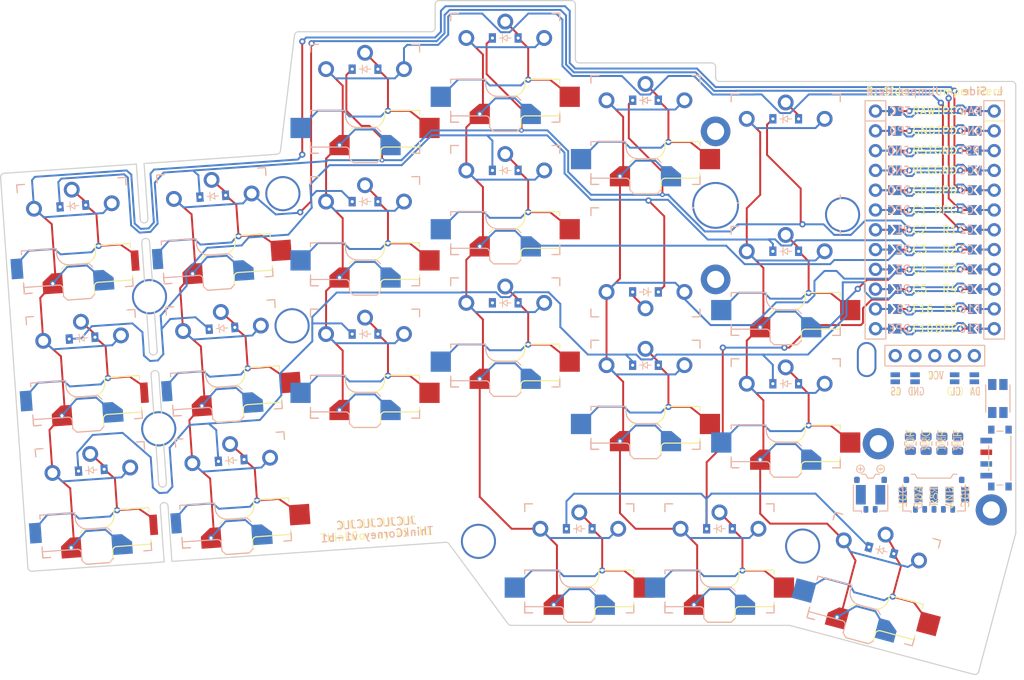
<source format=kicad_pcb>
(kicad_pcb (version 20221018) (generator pcbnew)
  (title_block (title "think_corney") (rev "v1-b1") (company "@infused-kim"))
  (layers (0 "F.Cu" signal) (31 "B.Cu" signal) (34 "B.Paste" user) (35 "F.Paste" user) (36 "B.SilkS" user "B.Silkscreen") (37 "F.SilkS" user "F.Silkscreen") (38 "B.Mask" user) (39 "F.Mask" user) (44 "Edge.Cuts" user))
  (net 0 "")
  (net 1 "RAW")
  (net 2 "GND")
  (net 3 "RST")
  (net 4 "VCC")
  (net 5 "C0")
  (net 6 "C1")
  (net 7 "C2")
  (net 8 "C3")
  (net 9 "C4")
  (net 10 "C5")
  (net 11 "F16")
  (net 12 "F10")
  (net 13 "TPC")
  (net 14 "TPD")
  (net 15 "DPD")
  (net 16 "DPC")
  (net 17 "R1")
  (net 18 "R2")
  (net 19 "R3")
  (net 20 "R4")
  (net 21 "F8")
  (net 22 "DPE")
  (net 23 "MCU1_24")
  (net 24 "MCU1_1")
  (net 25 "MCU1_23")
  (net 26 "MCU1_2")
  (net 27 "MCU1_22")
  (net 28 "MCU1_3")
  (net 29 "MCU1_21")
  (net 30 "MCU1_4")
  (net 31 "MCU1_20")
  (net 32 "MCU1_5")
  (net 33 "MCU1_19")
  (net 34 "MCU1_6")
  (net 35 "MCU1_18")
  (net 36 "MCU1_7")
  (net 37 "MCU1_17")
  (net 38 "MCU1_8")
  (net 39 "MCU1_16")
  (net 40 "MCU1_9")
  (net 41 "MCU1_15")
  (net 42 "MCU1_10")
  (net 43 "MCU1_14")
  (net 44 "MCU1_11")
  (net 45 "MCU1_13")
  (net 46 "MCU1_12")
  (net 47 "ring_bottom")
  (net 48 "ring_home")
  (net 49 "ring_top")
  (net 50 "middle_bottom")
  (net 51 "middle_home")
  (net 52 "middle_top")
  (net 53 "index_bottom")
  (net 54 "inner_bottom")
  (net 55 "inner_home")
  (net 56 "inner_top")
  (net 57 "outer_cluster")
  (net 58 "home_cluster")
  (net 59 "inner_cluster")
  (net 60 "outer_bottom")
  (net 61 "outer_home")
  (net 62 "outer_top")
  (net 63 "pinky_bottom")
  (net 64 "pinky_home")
  (net 65 "pinky_top")
  (net 66 "index_home")
  (net 67 "index_top")
  (net 68 "DISP1_1")
  (net 69 "DISP1_2")
  (net 70 "DISP1_4")
  (net 71 "DISP1_5")
  (net 72 "BAT_P")
  (net 73 "TPR")
  (footprint "PG1350" (layer "F.Cu") (at -36.000003 23.619991 180)
    (fp_text reference "S4" hide)
    (fp_text value "")
  )
  (footprint "point_debugger" (layer "F.Cu") (at -80.480816 35.987589 4)
    (fp_text reference "P44\"" hide)
    (fp_text value "")
  )
  (footprint "PG1350" (layer "F.Cu") (at -36.000001 -10.379998 180)
    (fp_text reference "S6" hide)
    (fp_text value "")
  )
  (footprint "ComboDiode" (layer "F.Cu") (at -18.000001 27.82)
    (fp_text reference "D13" hide)
    (fp_text value "" hide)
  )
  (footprint "point_debugger" (layer "F.Cu") (at 24.638614 67.643916)
    (fp_text reference "P30\"" hide)
    (fp_text value "")
  )
  (footprint "PG1350" (layer "F.Cu") (at -90.051816 28.136099 -176)
    (fp_text reference "S15" hide)
    (fp_text value "")
  )
  (footprint "ComboDiode" (layer "F.Cu") (at -91.502756 7.386768 4)
    (fp_text reference "D3" hide)
    (fp_text value "" hide)
  )
  (footprint "pads" (layer "F.Cu") (at 19.040002 44.449997 180)
    (fp_text reference "PAD2" hide)
    (fp_text value "")
  )
  (footprint "mounting_hole" (layer "F.Cu") (at 2.176457 51.047219 -15)
    (fp_text reference "H8" hide)
    (fp_text value "")
  )
  (footprint "point_debugger" (layer "F.Cu") (at 19.139995 7.899995)
    (fp_text reference "P22\"" hide)
    (fp_text value "")
  )
  (footprint "PG1350" (layer "F.Cu") (at -18.000002 14.619996 180)
    (fp_text reference "S19" hide)
    (fp_text value "")
  )
  (footprint "point_debugger" (layer "F.Cu") (at 7.299998 8.499995)
    (fp_text reference "P47\"" hide)
    (fp_text value "")
  )
  (footprint "ComboDiode" (layer "F.Cu") (at -54 -10.180004)
    (fp_text reference "D9" hide)
    (fp_text value "" hide)
  )
  (footprint "mounting_hole" (layer "F.Cu") (at 10.390002 27.099992)
    (fp_text reference "H1" hide)
    (fp_text value "")
  )
  (footprint "point_debugger" (layer "F.Cu") (at 0 17.000002)
    (fp_text reference "P17\"" hide)
    (fp_text value "")
  )
  (footprint "ComboDiode" (layer "F.Cu") (at -36.000001 19.819999)
    (fp_text reference "D10" hide)
    (fp_text value "" hide)
  )
  (footprint "nice_nano" (layer "F.Cu") (at 19.139995 7.899995)
    (fp_text reference "MCU1" hide)
    (fp_text value "")
  )
  (footprint "point_debugger" (layer "F.Cu") (at 2.176457 51.047219 -15)
    (fp_text reference "P49\"" hide)
    (fp_text value "")
  )
  (footprint "point_debugger" (layer "F.Cu") (at -35.999997 6.62)
    (fp_text reference "P11\"" hide)
    (fp_text value "")
  )
  (footprint "mounting_hole" (layer "F.Cu") (at -39.441322 50.434948)
    (fp_text reference "H7" hide)
    (fp_text value "")
  )
  (footprint "point_debugger" (layer "F.Cu") (at -0.000004 33.999995)
    (fp_text reference "P16\"" hide)
    (fp_text value "")
  )
  (footprint "ComboDiode" (layer "F.Cu") (at -54.000003 23.820004)
    (fp_text reference "D7" hide)
    (fp_text value "" hide)
  )
  (footprint "PG1350" (layer "F.Cu") (at -35.999997 6.62 180)
    (fp_text reference "S5" hide)
    (fp_text value "")
  )
  (footprint "PG1350" (layer "F.Cu") (at -54.000005 10.619993 180)
    (fp_text reference "S2" hide)
    (fp_text value "")
  )
  (footprint "point_debugger" (layer "F.Cu") (at 26.389998 46.4)
    (fp_text reference "P24\"" hide)
    (fp_text value "")
  )
  (footprint "mounting_hole" (layer "F.Cu") (at 26.389998 46.4)
    (fp_text reference "H10" hide)
    (fp_text value "")
  )
  (footprint "point_debugger" (layer "F.Cu") (at -54.000004 -6.380006)
    (fp_text reference "P9\"" hide)
    (fp_text value "")
  )
  (footprint "mounting_hole" (layer "F.Cu") (at -81.666676 19.029006 4)
    (fp_text reference "H2" hide)
    (fp_text value "")
  )
  (footprint "PG1350" (layer "F.Cu") (at -54.000002 27.619995 180)
    (fp_text reference "S1" hide)
    (fp_text value "")
  )
  (footprint "point_debugger" (layer "F.Cu") (at -54.000005 10.619993)
    (fp_text reference "P8\"" hide)
    (fp_text value "")
  )
  (footprint "point_debugger" (layer "F.Cu") (at 29.529996 49.389001 -15)
    (fp_text reference "P27\"" hide)
    (fp_text value "")
  )
  (footprint "point_debugger" (layer "F.Cu") (at -72.095664 26.880489 4)
    (fp_text reference "P5\"" hide)
    (fp_text value "")
  )
  (footprint "point_debugger" (layer "F.Cu") (at -8.5 52.62)
    (fp_text reference "P20\"" hide)
    (fp_text value "")
  )
  (footprint "point_debugger" (layer "F.Cu") (at 29.530001 -8.6)
    (fp_text reference "P25\"" hide)
    (fp_text value "")
  )
  (footprint "ComboDiode" (layer "F.Cu") (at -71.174883 40.048329 4)
    (fp_text reference "D4" hide)
    (fp_text value "" hide)
  )
  (footprint "point_debugger" (layer "F.Cu") (at 19.139998 9.900005)
    (fp_text reference "P33\"" hide)
    (fp_text value "")
  )
  (footprint "point_debugger" (layer "F.Cu") (at 9.100037 63.480365 -15)
    (fp_text reference "P29\"" hide)
    (fp_text value "")
  )
  (footprint "point_debugger" (layer "F.Cu") (at -63.361737 22.761203 4)
    (fp_text reference "P46\"" hide)
    (fp_text value "")
  )
  (footprint "PG1350" (layer "F.Cu") (at -72.095664 26.880489 -176)
    (fp_text reference "S18" hide)
    (fp_text value "")
  )
  (footprint "ComboDiode" (layer "F.Cu") (at -72.360742 23.089743 4)
    (fp_text reference "D5" hide)
    (fp_text value "" hide)
  )
  (footprint "ComboDiode" (layer "F.Cu") (at -89.131035 41.303955 4)
    (fp_text reference "D1" hide)
    (fp_text value "" hide)
  )
  (footprint "ComboDiode" (layer "F.Cu") (at -35.999998 -14.179997)
    (fp_text reference "D12" hide)
    (fp_text value "" hide)
  )
  (footprint "point_debugger" (layer "F.Cu") (at -36.000001 -10.379998)
    (fp_text reference "P12\"" hide)
    (fp_text value "")
  )
  (footprint "ComboDiode" (layer "F.Cu") (at 12.283515 51.599479 -15)
    (fp_text reference "D21" hide)
    (fp_text value "" hide)
  )
  (footprint "point_debugger" (layer "F.Cu") (at -54.000002 27.619995)
    (fp_text reference "P7\"" hide)
    (fp_text value "")
  )
  (footprint "ComboDiode" (layer "F.Cu") (at -0.000003 -3.800004)
    (fp_text reference "D18" hide)
    (fp_text value "" hide)
  )
  (footprint "sw_reset_side" (layer "F.Cu") (at 27.230002 32.099997)
    (fp_text reference "SW2" hide)
    (fp_text value "")
  )
  (footprint "conn_molex_pico_ezmate_1x02" (layer "F.Cu") (at 10.89 44.449999 180)
    (fp_text reference "CONN1" hide)
    (fp_text value "")
  )
  (footprint "point_debugger" (layer "F.Cu") (at -26.499997 52.619999)
    (fp_text reference "P19\"" hide)
    (fp_text value "")
  )
  (footprint "PG1350" (layer "F.Cu") (at -8.5 52.62 180)
    (fp_text reference "S12" hide)
    (fp_text value "")
  )
  (footprint "point_debugger" (layer "F.Cu") (at -43.382651 50.434945)
    (fp_text reference "P31\"" hide)
    (fp_text value "")
  )
  (footprint "PG1350" (layer "F.Cu") (at -26.499997 52.619999 180)
    (fp_text reference "S11" hide)
    (fp_text value "")
  )
  (footprint "PG1350" (layer "F.Cu") (at -73.281529 9.921891 -176)
    (fp_text reference "S19" hide)
    (fp_text value "")
  )
  (footprint "mounting_hole" (layer "F.Cu") (at 11.890003 37.900001)
    (fp_text reference "H9" hide)
    (fp_text value "")
  )
  (footprint "PG1350" (layer "F.Cu") (at 0 0)
    (fp_text reference "S20" hide)
    (fp_text value "")
  )
  (footprint "point_debugger" (layer "F.Cu") (at -90.051816 28.136099 4)
    (fp_text reference "P2\"" hide)
    (fp_text value "")
  )
  (footprint "point_debugger" (layer "F.Cu") (at -64.547601 5.802615 4)
    (fp_text reference "P45\"" hide)
    (fp_text value "")
  )
  (footprint "point_debugger" (layer "F.Cu") (at -91.237676 11.177512 4)
    (fp_text reference "P3\"" hide)
    (fp_text value "")
  )
  (footprint "PG1350" (layer "F.Cu") (at -91.237676 11.177512 -176)
    (fp_text reference "S16" hide)
    (fp_text value "")
  )
  (footprint "point_debugger" (layer "F.Cu") (at 10.89 44.449999)
    (fp_text reference "P36\"" hide)
    (fp_text value "")
  )
  (footprint "conn_molex_pico_ezmate_1x05" (layer "F.Cu") (at 19.040002 44.449997 180)
    (fp_text reference "CONN2" hide)
    (fp_text value "")
  )
  (footprint "point_debugger" (layer "F.Cu") (at 11.300001 55.269999 -15)
    (fp_text reference "P21\"" hide)
    (fp_text value "")
  )
  (footprint "point_debugger" (layer "F.Cu") (at 27.480001 39.749996)
    (fp_text reference "P37\"" hide)
    (fp_text value "")
  )
  (footprint "point_debugger" (layer "F.Cu") (at -35.499997 50.434945)
    (fp_text reference "P32\"" hide)
    (fp_text value "")
  )
  (footprint "point_debugger" (layer "F.Cu") (at -88.865958 45.094692 4)
    (fp_text reference "P1\"" hide)
    (fp_text value "")
  )
  (footprint "mounting_hole" (layer "F.Cu") (at -63.361737 22.761203 4)
    (fp_text reference "H5" hide)
    (fp_text value "")
  )
  (footprint "point_debugger" (layer "F.Cu") (at 29.530003 44.399995)
    (fp_text reference "P26\"" hide)
    (fp_text value "")
  )
  (footprint "point_debugger" (layer "F.Cu") (at -39.441322 50.434948)
    (fp_text reference "P48\"" hide)
    (fp_text value "")
  )
  (footprint "pads" (layer "F.Cu") (at 10.89 44.449999 180)
    (fp_text reference "PAD1" hide)
    (fp_text value "")
  )
  (footprint "point_debugger" (layer "F.Cu") (at -36.000003 23.619991)
    (fp_text reference "P10\"" hide)
    (fp_text value "")
  )
  (footprint "point_debugger" (layer "F.Cu") (at -18.000003 31.619992)
    (fp_text reference "P13\"" hide)
    (fp_text value "")
  )
  (footprint "PG1350" (layer "F.Cu") (at -70.909803 43.839073 -176)
    (fp_text reference "S17" hide)
    (fp_text value "")
  )
  (footprint "mounting_hole" (layer "F.Cu") (at -64.547601 5.802615 4)
    (fp_text reference "H4" hide)
    (fp_text value "")
  )
  (footprint "point_debugger" (layer "F.Cu") (at -81.666676 19.029006 4)
    (fp_text reference "P43\"" hide)
    (fp_text value "")
  )
  (footprint "ComboDiode" (layer "F.Cu") (at -90.3169 24.345357 4)
    (fp_text reference "D2" hide)
    (fp_text value "" hide)
  )
  (footprint "point_debugger" (layer "F.Cu") (at -52.465357 49.566406 4)
    (fp_text reference "P42\"" hide)
    (fp_text value "")
  )
  (footprint "point_debugger" (layer "F.Cu") (at 11.890003 37.900001)
    (fp_text reference "P23\"" hide)
    (fp_text value "")
  )
  (footprint "ComboDiode" (layer "F.Cu") (at -26.500004 48.820001)
    (fp_text reference "D19" hide)
    (fp_text value "" hide)
  )
  (footprint "point_debugger" (layer "F.Cu") (at 10.390002 27.099992)
    (fp_text reference "P34\"" hide)
    (fp_text value "")
  )
  (footprint "PG1350" (layer "F.Cu") (at -88.865958 45.094692 -176)
    (fp_text reference "S14" hide)
    (fp_text value "")
  )
  (footprint "mounting_hole" (layer "F.Cu") (at -80.480816 35.987589 4)
    (fp_text reference "H3" hide)
    (fp_text value "")
  )
  (footprint "ComboDiode" (layer "F.Cu") (at -18.000002 18.419996 180)
    (fp_text reference "D19" hide)
    (fp_text value "" hide)
  )
  (footprint "PG1350" (layer "F.Cu") (at -18.000001 -2.38 180)
    (fp_text reference "S21" hide)
    (fp_text value "")
  )
  (footprint "point_debugger" (layer "F.Cu") (at -9.000003 7.310002)
    (fp_text reference "P39\"" hide)
    (fp_text value "")
  )
  (footprint "PG1350" (layer "F.Cu") (at 0 17.000002 180)
    (fp_text reference "S9" hide)
    (fp_text value "")
  )
  (footprint "PG1350" (layer "F.Cu") (at -0.000004 33.999995 180)
    (fp_text reference "S8" hide)
    (fp_text value "")
  )
  (footprint "PG1350" (layer "F.Cu") (at -54.000004 -6.380006 180)
    (fp_text reference "S3" hide)
    (fp_text value "")
  )
  (footprint "point_debugger" (layer "F.Cu") (at 19.040002 37.899996)
    (fp_text reference "P41\"" hide)
    (fp_text value "")
  )
  (footprint "PG1350" (layer "F.Cu") (at 11.300001 55.269999 165)
    (fp_text reference "S13" hide)
    (fp_text value "")
  )
  (footprint "smd_805" (layer "F.Cu") (at 19.040002 37.899996 180)
    (fp_text reference "SMD1" hide)
    (fp_text value "")
  )
  (footprint "point_debugger" (layer "F.Cu") (at 29.529996 49.389001)
    (fp_text reference "P28\"" hide)
    (fp_text value "")
  )
  (footprint "nice!view" (layer "F.Cu") (at 19.139998 9.900005)
    (fp_text reference "DISP1" hide)
    (fp_text value "")
  )
  (footprint "point_debugger" (layer "F.Cu") (at 19.040002 44.449997)
    (fp_text reference "P40\"" hide)
    (fp_text value "")
  )
  (footprint "ComboDiode" (layer "F.Cu") (at -0.000002 13.2)
    (fp_text reference "D17" hide)
    (fp_text value "" hide)
  )
  (footprint "ComboDiode" (layer "F.Cu") (at -8.500004 48.819991)
    (fp_text reference "D20" hide)
    (fp_text value "" hide)
  )
  (footprint "point_debugger" (layer "F.Cu") (at 0 0)
    (fp_text reference "P18\"" hide)
    (fp_text value "")
  )
  (footprint "point_debugger" (layer "F.Cu") (at -18.000001 -2.38)
    (fp_text reference "P15\"" hide)
    (fp_text value "")
  )
  (footprint "point_debugger" (layer "F.Cu") (at -18.000002 14.619996)
    (fp_text reference "P14\"" hide)
    (fp_text value "")
  )
  (footprint "ComboDiode" (layer "F.Cu") (at -36 2.819996)
    (fp_text reference "D11" hide)
    (fp_text value "" hide)
  )
  (footprint "point_debugger" (layer "F.Cu") (at 27.230002 32.099997)
    (fp_text reference "P38\"" hide)
    (fp_text value "")
  )
  (footprint "ComboDiode" (layer "F.Cu") (at -73.546604 6.131158 4)
    (fp_text reference "D6" hide)
    (fp_text value "" hide)
  )
  (footprint "point_debugger" (layer "F.Cu") (at -70.909803 43.839073 4)
    (fp_text reference "P4\"" hide)
    (fp_text value "")
  )
  (footprint "mounting_hole" (layer "F.Cu") (at 7.299998 8.499995)
    (fp_text reference "H6" hide)
    (fp_text value "")
  )
  (footprint "ComboDiode" (layer "F.Cu") (at -0.000001 30.2)
    (fp_text reference "D16" hide)
    (fp_text value "" hide)
  )
  (footprint "ComboDiode" (layer "F.Cu") (at -53.999999 6.819999)
    (fp_text reference "D8" hide)
    (fp_text value "" hide)
  )
  (footprint "point_debugger" (layer "F.Cu") (at 10.89 44.449999)
    (fp_text reference "P35\"" hide)
    (fp_text value "")
  )
  (footprint "trackpoint_mount_t430" (layer "F.Cu") (at -9.000003 7.310002)
    (fp_text reference "TP1" hide)
    (fp_text value "")
  )
  (footprint "PG1350" (layer "F.Cu") (at -18.000003 31.619992 180)
    (fp_text reference "S7" hide)
    (fp_text value "")
  )
  (footprint "icon_bat" (layer "F.Cu") (at 10.889997 41.149994 180)
    (fp_text reference "ICON1" hide)
    (fp_text value "")
  )
  (footprint "power_switch" (layer "F.Cu") (at 27.480001 39.749996)
    (fp_text reference "SW1" hide)
    (fp_text value "")
  )
  (footprint "point_debugger" (layer "F.Cu") (at -73.281529 9.921891 4)
    (fp_text reference "P6\"" hide)
    (fp_text value "")
  )
  (footprint "ComboDiode" (layer "F.Cu") (at -17.999998 -6.180001)
    (fp_text reference "D23" hide)
    (fp_text value "" hide)
  )
  (footprint "ComboDiode" (layer "F.Cu") (at -17.999998 -6.180001)
    (fp_text reference "D15" hide)
    (fp_text value "" hide)
  )
  (gr_line (start -81.467887 29.039518) (end -80.491299 43.005416) (stroke (width 0.15)) (layer "Edge.Cuts"))
  (gr_line (start -82.189845 11.547266) (end -82.189845 11.547266) (stroke (width 0.15)) (layer "Edge.Cuts"))
  (gr_line (start -81.143499 26.510736) (end -81.143499 26.510736) (stroke (width 0.15)) (layer "Edge.Cuts"))
  (gr_arc (start 29.030002 -8.600002) (mid 29.383543 -8.45354) (end 29.529998 -8.100001) (stroke (width 0.15)) (layer "Edge.Cuts"))
  (gr_line (start -81.003987 28.505855) (end -81.003987 28.505855) (stroke (width 0.15)) (layer "Edge.Cuts"))
  (gr_line (start -35.649882 61.016829) (end -43.219519 50.75606) (stroke (width 0.15)) (layer "Edge.Cuts"))
  (gr_line (start -44.500002 -18.979997) (end -27.500001 -18.979999) (stroke (width 0.15)) (layer "Edge.Cuts"))
  (gr_line (start -78.789203 53.010975) (end -79.284467 45.928357) (stroke (width 0.15)) (layer "Edge.Cuts"))
  (gr_line (start 29.529998 -8.100001) (end 29.529997 49.32317) (stroke (width 0.15)) (layer "Edge.Cuts"))
  (gr_line (start -82.360729 1.935776) (end -65.315146 0.743838) (stroke (width 0.15)) (layer "Edge.Cuts"))
  (gr_line (start -79.818127 45.464452) (end -79.818127 45.464452) (stroke (width 0.15)) (layer "Edge.Cuts"))
  (gr_line (start 9.000002 -8.600006) (end 9.000002 -8.600006) (stroke (width 0.15)) (layer "Edge.Cuts"))
  (gr_arc (start -80.282029 45.998105) (mid -79.818125 45.464404) (end -79.284467 45.928358) (stroke (width 0.15)) (layer "Edge.Cuts"))
  (gr_line (start -45.000002 -15.48) (end -45 -18.479998) (stroke (width 0.15)) (layer "Edge.Cuts"))
  (gr_arc (start -82.65375 12.080933) (mid -82.532305 11.718038) (end -82.189845 11.547266) (stroke (width 0.15)) (layer "Edge.Cuts"))
  (gr_arc (start -8.500001 -8.6) (mid -8.853541 -8.74646) (end -9.000001 -9.1) (stroke (width 0.15)) (layer "Edge.Cuts"))
  (gr_line (start -64.853657 0.305246) (end -63.053338 -14.5402) (stroke (width 0.15)) (layer "Edge.Cuts"))
  (gr_arc (start -64.853658 0.305246) (mid -65.005533 0.607527) (end -65.315146 0.743838) (stroke (width 0.15)) (layer "Edge.Cuts"))
  (gr_arc (start 24.767801 67.161771) (mid 24.535204 67.465151) (end 24.156248 67.515547) (stroke (width 0.15)) (layer "Edge.Cuts"))
  (gr_arc (start -100.780781 3.725055) (mid -100.659336 3.362162) (end -100.316877 3.191395) (stroke (width 0.15)) (layer "Edge.Cuts"))
  (gr_line (start -80.679597 25.977076) (end -81.656184 12.011175) (stroke (width 0.15)) (layer "Edge.Cuts"))
  (gr_line (start -43.656762 50.554119) (end -78.789203 53.010975) (stroke (width 0.15)) (layer "Edge.Cuts"))
  (gr_line (start -79.957637 43.469324) (end -79.957637 43.469324) (stroke (width 0.15)) (layer "Edge.Cuts"))
  (gr_arc (start -35.247528 61.220004) (mid -35.472912 61.166354) (end -35.649882 61.016829) (stroke (width 0.15)) (layer "Edge.Cuts"))
  (gr_line (start -80.282029 45.998105) (end -79.786767 53.080734) (stroke (width 0.15)) (layer "Edge.Cuts"))
  (gr_arc (start 29.529997 49.323169) (mid 29.52571 49.388434) (end 29.51296 49.452585) (stroke (width 0.15)) (layer "Edge.Cuts"))
  (gr_arc (start -79.493733 42.935661) (mid -79.615179 43.298553) (end -79.957637 43.469324) (stroke (width 0.15)) (layer "Edge.Cuts"))
  (gr_line (start 24.156248 67.515547) (end 0.563191 61.236813) (stroke (width 0.15)) (layer "Edge.Cuts"))
  (gr_line (start 0.434606 61.220004) (end -35.247528 61.220004) (stroke (width 0.15)) (layer "Edge.Cuts"))
  (gr_line (start -83.358291 2.005533) (end -82.863023 9.088237) (stroke (width 0.15)) (layer "Edge.Cuts"))
  (gr_arc (start -81.143499 26.510736) (mid -81.506398 26.389291) (end -81.677162 26.046824) (stroke (width 0.15)) (layer "Edge.Cuts"))
  (gr_arc (start -26.500003 -10.979997) (mid -26.853542 -11.126457) (end -27 -11.479996) (stroke (width 0.15)) (layer "Edge.Cuts"))
  (gr_line (start -8.500001 -8.6) (end 29.030002 -8.600002) (stroke (width 0.15)) (layer "Edge.Cuts"))
  (gr_line (start -27 -18.480009) (end -27 -11.479996) (stroke (width 0.15)) (layer "Edge.Cuts"))
  (gr_arc (start -81.003987 28.505855) (mid -80.641045 28.62725) (end -80.470325 28.969768) (stroke (width 0.15)) (layer "Edge.Cuts"))
  (gr_arc (start -43.656762 50.554119) (mid -43.412215 50.598957) (end -43.219519 50.75606) (stroke (width 0.15)) (layer "Edge.Cuts"))
  (gr_arc (start 0.434611 61.219999) (mid 0.499449 61.224214) (end 0.563191 61.236813) (stroke (width 0.15)) (layer "Edge.Cuts"))
  (gr_arc (start -81.467887 29.039518) (mid -81.346479 28.676594) (end -81.003987 28.505855) (stroke (width 0.15)) (layer "Edge.Cuts"))
  (gr_line (start -81.865454 9.018485) (end -82.360729 1.935776) (stroke (width 0.15)) (layer "Edge.Cuts"))
  (gr_arc (start -27.500001 -18.979999) (mid -27.146438 -18.833569) (end -27 -18.480009) (stroke (width 0.15)) (layer "Edge.Cuts"))
  (gr_arc (start -81.865454 9.018485) (mid -82.329361 9.552178) (end -82.863023 9.088237) (stroke (width 0.15)) (layer "Edge.Cuts"))
  (gr_line (start -79.786767 53.080734) (end -96.745348 54.266678) (stroke (width 0.15)) (layer "Edge.Cuts"))
  (gr_line (start -97.279008 53.802761) (end -100.780782 3.725055) (stroke (width 0.15)) (layer "Edge.Cuts"))
  (gr_line (start -100.316877 3.191395) (end -83.358291 2.005533) (stroke (width 0.15)) (layer "Edge.Cuts"))
  (gr_line (start -79.493734 42.935662) (end -80.470325 28.969768) (stroke (width 0.15)) (layer "Edge.Cuts"))
  (gr_arc (start -63.05334 -14.540201) (mid -62.888553 -14.854221) (end -62.556977 -14.980002) (stroke (width 0.15)) (layer "Edge.Cuts"))
  (gr_line (start -62.556977 -14.980002) (end -45.500005 -14.980004) (stroke (width 0.15)) (layer "Edge.Cuts"))
  (gr_arc (start -9.500001 -10.979997) (mid -9.146439 -10.833566) (end -9.000003 -10.480006) (stroke (width 0.15)) (layer "Edge.Cuts"))
  (gr_line (start 29.51296 49.452585) (end 24.767801 67.161774) (stroke (width 0.15)) (layer "Edge.Cuts"))
  (gr_arc (start -45 -18.479998) (mid -44.85355 -18.833547) (end -44.500002 -18.979997) (stroke (width 0.15)) (layer "Edge.Cuts"))
  (gr_line (start -26.500003 -10.979997) (end -9.500001 -10.979997) (stroke (width 0.15)) (layer "Edge.Cuts"))
  (gr_arc (start -82.189845 11.547266) (mid -81.826927 11.668686) (end -81.656184 12.011175) (stroke (width 0.15)) (layer "Edge.Cuts"))
  (gr_arc (start -45.000002 -15.48) (mid -45.146443 -15.12644) (end -45.500005 -14.980004) (stroke (width 0.15)) (layer "Edge.Cuts"))
  (gr_line (start -9.000003 -10.480006) (end -9.000001 -9.1) (stroke (width 0.15)) (layer "Edge.Cuts"))
  (gr_arc (start -79.957637 43.469324) (mid -80.320579 43.347931) (end -80.491299 43.005416) (stroke (width 0.15)) (layer "Edge.Cuts"))
  (gr_line (start -82.65375 12.080933) (end -81.677162 26.046824) (stroke (width 0.15)) (layer "Edge.Cuts"))
  (gr_arc (start -80.679597 25.977076) (mid -80.801008 26.339996) (end -81.143499 26.510736) (stroke (width 0.15)) (layer "Edge.Cuts"))
  (gr_arc (start -96.745347 54.266677) (mid -97.108246 54.14523) (end -97.279008 53.802761) (stroke (width 0.15)) (layer "Edge.Cuts"))
  (gr_text "JLCJLCJLCJLC" (at -52.569996 48.070063 4) (layer "B.SilkS") (effects (font (size 1 1)) (justify mirror)))
  (gr_text "ThinkCorney v1-b1" (at -52.465357 49.566406 4) (layer "B.SilkS") (effects (font (size 1 1)) (justify mirror)))
  (gr_text "ThinkCorney v1-b1" (at -52.465357 49.566406 4) (layer "F.SilkS") (effects (font (size 1 1))))
  (gr_text "JLCJLCJLCJLC" (at -52.569996 48.070063 4) (layer "F.SilkS") (effects (font (size 1 1))))
  (segment locked (start 23.914042 -4.79531) (end 22.404042 -4.795305) (width 0.25) (layer "F.Cu") (net 1))
  (segment locked (start 16.604039 -4.465312) (end 16.694038 -4.545311) (width 0.25) (layer "B.Cu") (net 1))
  (segment locked (start 16.604038 -4.455304) (end 16.604039 -4.465312) (width 0.25) (layer "B.Cu") (net 1))
  (segment locked (start 16.694038 -4.545311) (end 22.154042 -4.545306) (width 0.25) (layer "B.Cu") (net 1))
  (segment locked (start 14.364041 -4.795304) (end 14.804038 -4.79531) (width 0.25) (layer "B.Cu") (net 1))
  (segment locked (start 16.22404 -4.075303) (end 16.604038 -4.455304) (width 0.25) (layer "B.Cu") (net 1))
  (segment locked (start 15.534037 -4.075302) (end 16.22404 -4.075303) (width 0.25) (layer "B.Cu") (net 1))
  (segment locked (start 22.154042 -4.545306) (end 22.404042 -4.795305) (width 0.25) (layer "B.Cu") (net 1))
  (segment locked (start 14.804038 -4.79531) (end 15.534037 -4.075302) (width 0.25) (layer "B.Cu") (net 1))
  (segment locked (start 14.364043 2.824694) (end 15.87404 2.824689) (width 0.25) (layer "F.Cu") (net 2))
  (segment locked (start 23.914038 -2.255307) (end 22.404044 -2.25531) (width 0.25) (layer "F.Cu") (net 2))
  (segment locked (start 14.364038 0.284692) (end 15.874042 0.28469) (width 0.25) (layer "F.Cu") (net 2))
  (segment locked (start 15.534039 -1.535313) (end 16.224038 -1.535313) (width 0.25) (layer "B.Cu") (net 2))
  (segment locked (start 23.474043 0.284691) (end 22.754043 -0.445314) (width 0.25) (layer "B.Cu") (net 2))
  (segment locked (start 14.804042 -2.255309) (end 15.534039 -1.535313) (width 0.25) (layer "B.Cu") (net 2))
  (segment locked (start 22.054044 -0.445305) (end 21.574036 0.034692) (width 0.25) (layer "B.Cu") (net 2))
  (segment locked (start 23.474037 2.824688) (end 22.754038 2.094695) (width 0.25) (layer "B.Cu") (net 2))
  (segment locked (start 14.364044 -2.25531) (end 14.804042 -2.255309) (width 0.25) (layer "B.Cu") (net 2))
  (segment locked (start 16.124036 0.034693) (end 15.874042 0.28469) (width 0.25) (layer "B.Cu") (net 2))
  (segment locked (start 16.604043 -1.915306) (end 16.604039 -1.925305) (width 0.25) (layer "B.Cu") (net 2))
  (segment locked (start 23.914038 2.824689) (end 23.474037 2.824688) (width 0.25) (layer "B.Cu") (net 2))
  (segment locked (start 22.054046 2.094688) (end 21.574046 2.574689) (width 0.25) (layer "B.Cu") (net 2))
  (segment locked (start 16.604039 -1.925305) (end 16.694046 -2.00531) (width 0.25) (layer "B.Cu") (net 2))
  (segment locked (start 16.124044 2.574687) (end 15.87404 2.824689) (width 0.25) (layer "B.Cu") (net 2))
  (segment locked (start 22.754043 -0.445314) (end 22.054044 -0.445305) (width 0.25) (layer "B.Cu") (net 2))
  (segment locked (start 22.754038 2.094695) (end 22.054046 2.094688) (width 0.25) (layer "B.Cu") (net 2))
  (segment locked (start 23.914041 0.284689) (end 23.474043 0.284691) (width 0.25) (layer "B.Cu") (net 2))
  (segment locked (start 16.694046 -2.00531) (end 22.154043 -2.00531) (width 0.25) (layer "B.Cu") (net 2))
  (segment locked (start 21.574046 2.574689) (end 16.124044 2.574687) (width 0.25) (layer "B.Cu") (net 2))
  (segment locked (start 22.154043 -2.00531) (end 22.404044 -2.25531) (width 0.25) (layer "B.Cu") (net 2))
  (segment locked (start 16.224038 -1.535313) (end 16.604043 -1.915306) (width 0.25) (layer "B.Cu") (net 2))
  (segment locked (start 21.574036 0.034692) (end 16.124036 0.034693) (width 0.25) (layer "B.Cu") (net 2))
  (segment locked (start 23.914041 0.284689) (end 22.404038 0.284692) (width 0.25) (layer "F.Cu") (net 3))
  (segment locked (start 14.804039 0.284694) (end 15.534039 1.004691) (width 0.25) (layer "B.Cu") (net 3))
  (segment locked (start 22.154039 0.534692) (end 22.404038 0.284692) (width 0.25) (layer "B.Cu") (net 3))
  (segment locked (start 16.604043 0.614696) (end 16.694037 0.53469) (width 0.25) (layer "B.Cu") (net 3))
  (segment locked (start 15.534039 1.004691) (end 16.224042 1.004688) (width 0.25) (layer "B.Cu") (net 3))
  (segment locked (start 14.364038 0.284692) (end 14.804039 0.284694) (width 0.25) (layer "B.Cu") (net 3))
  (segment locked (start 16.694037 0.53469) (end 22.154039 0.534692) (width 0.25) (layer "B.Cu") (net 3))
  (segment locked (start 16.604044 0.624689) (end 16.604043 0.614696) (width 0.25) (layer "B.Cu") (net 3))
  (segment locked (start 16.224042 1.004688) (end 16.604044 0.624689) (width 0.25) (layer "B.Cu") (net 3))
  (segment locked (start 23.914038 2.824689) (end 22.404042 2.824692) (width 0.25) (layer "F.Cu") (net 4))
  (segment locked (start 16.694039 3.074689) (end 22.154041 3.074697) (width 0.25) (layer "B.Cu") (net 4))
  (segment locked (start 22.154041 3.074697) (end 22.404042 2.824692) (width 0.25) (layer "B.Cu") (net 4))
  (segment locked (start 16.224039 3.544697) (end 16.604039 3.164692) (width 0.25) (layer "B.Cu") (net 4))
  (segment locked (start 14.364043 2.824694) (end 14.804038 2.824688) (width 0.25) (layer "B.Cu") (net 4))
  (segment locked (start 16.604039 3.164692) (end 16.604044 3.15469) (width 0.25) (layer "B.Cu") (net 4))
  (segment locked (start 14.804038 2.824688) (end 15.534039 3.544698) (width 0.25) (layer "B.Cu") (net 4))
  (segment locked (start 15.534039 3.544698) (end 16.224039 3.544697) (width 0.25) (layer "B.Cu") (net 4))
  (segment locked (start 16.604044 3.15469) (end 16.694039 3.074689) (width 0.25) (layer "B.Cu") (net 4))
  (segment locked (start -92.525957 33.864693) (end -92.905963 34.304692) (width 0.25) (layer "F.Cu") (net 5))
  (segment (start 21.656997 4.617649) (end 21.656997 -7.398898) (width 0.25) (layer "F.Cu") (net 5))
  (segment locked (start 23.914042 5.364696) (end 22.404037 5.36469) (width 0.25) (layer "F.Cu") (net 5))
  (segment locked (start -94.215962 9.714692) (end -93.715958 16.904694) (width 0.25) (layer "F.Cu") (net 5))
  (segment (start -95.689638 19.189505) (end -95.304712 24.694135) (width 0.25) (layer "F.Cu") (net 5))
  (segment (start -92.903792 34.300065) (end -94.50426 36.141192) (width 0.25) (layer "F.Cu") (net 5))
  (segment locked (start -91.845959 43.624696) (end -94.115958 41.654694) (width 0.25) (layer "F.Cu") (net 5))
  (segment (start -94.50426 36.141192) (end -94.118856 41.652728) (width 0.25) (layer "F.Cu") (net 5))
  (segment (start -62.061658 -13.720533) (end -62.061658 0.787269) (width 0.25) (layer "F.Cu") (net 5))
  (segment locked (start -93.715958 16.904694) (end -94.085955 17.34469) (width 0.25) (layer "F.Cu") (net 5))
  (segment locked (start -94.215962 9.714692) (end -96.485961 7.73469) (width 0.25) (layer "F.Cu") (net 5))
  (segment locked (start -91.845959 43.624696) (end -91.345962 50.82469) (width 0.25) (layer "F.Cu") (net 5))
  (segment (start 22.404037 5.36469) (end 21.656997 4.617649) (width 0.25) (layer "F.Cu") (net 5))
  (segment locked (start -91.345962 50.82469) (end -91.715962 51.254693) (width 0.25) (layer "F.Cu") (net 5))
  (segment (start -94.085955 17.34469) (end -95.689638 19.189505) (width 0.25) (layer "F.Cu") (net 5))
  (segment locked (start -93.035959 26.674694) (end -92.525957 33.864693) (width 0.25) (layer "F.Cu") (net 5))
  (segment locked (start -93.035959 26.674694) (end -95.305962 24.694693) (width 0.25) (layer "F.Cu") (net 5))
  (segment (start 21.656997 -7.398898) (end 21.654575 -7.40132) (width 0.25) (layer "F.Cu") (net 5))
  (via locked (at -91.715962 51.254693) (size 0.8) (drill 0.4) (layers "F.Cu" "B.Cu") (net 5))
  (via locked (at -94.085955 17.34469) (size 0.8) (drill 0.4) (layers "F.Cu" "B.Cu") (net 5))
  (via locked (at -92.905963 34.304692) (size 0.8) (drill 0.4) (layers "F.Cu" "B.Cu") (net 5))
  (via (at 21.654575 -7.40132) (size 0.8) (drill 0.4) (layers "F.Cu" "B.Cu") (net 5))
  (via (at -62.049355 -13.730432) (size 0.8) (drill 0.4) (layers "F.Cu" "B.Cu") (net 5))
  (via (at -62.059356 0.78957) (size 0.8) (drill 0.4) (layers "F.Cu" "B.Cu") (net 5))
  (segment locked (start -96.485961 7.73469) (end -95.235961 8.834689) (width 0.25) (layer "B.Cu") (net 5))
  (segment (start -27.725 -17.659096) (end -28.320901 -18.254997) (width 0.25) (layer "B.Cu") (net 5))
  (segment locked (start -87.605957 8.294692) (end -86.515957 7.034689) (width 0.25) (layer "B.Cu") (net 5))
  (segment locked (start -94.115958 41.654694) (end -92.855958 42.744693) (width 0.25) (layer "B.Cu") (net 5))
  (segment locked (start -89.685962 15.024692) (end -92.235959 15.204693) (width 0.25) (layer "B.Cu") (net 5))
  (segment locked (start -94.045961 25.784695) (end -86.425958 25.25469) (width 0.25) (layer "B.Cu") (net 5))
  (segment locked (start -91.045961 32.164695) (end -92.905963 34.304692) (width 0.25) (layer "B.Cu") (net 5))
  (segment (start -83.56492 9.648921) (end -82.785763 10.326232) (width 0.25) (layer "B.Cu") (net 5))
  (segment (start -96.490574 7.735554) (end -96.746803 4.071289) (width 0.25) (layer "B.Cu") (net 5))
  (segment (start -81.105621 9.491284) (end -81.542637 3.241687) (width 0.25) (layer "B.Cu") (net 5))
  (segment (start -8.982441 -7.875) (end 21.180895 -7.875) (width 0.25) (layer "B.Cu") (net 5))
  (segment locked (start 16.604039 5.694692) (end 16.69404 5.614695) (width 0.25) (layer "B.Cu") (net 5))
  (segment (start -44.261359 -14.981903) (end -45.002731 -14.240531) (width 0.25) (layer "B.Cu") (net 5))
  (segment locked (start -86.365961 33.844692) (end -88.50596 31.984695) (width 0.25) (layer "B.Cu") (net 5))
  (segment (start -81.769666 10.25518) (end -81.105621 9.491284) (width 0.25) (layer "B.Cu") (net 5))
  (segment (start -84.617255 2.82339) (end -84.004991 3.355624) (width 0.25) (layer "B.Cu") (net 5))
  (segment (start -27.011435 -10.254997) (end -27.725 -10.968562) (width 0.25) (layer "B.Cu") (net 5))
  (segment locked (start -85.185958 50.804695) (end -87.315957 48.944695) (width 0.25) (layer "B.Cu") (net 5))
  (segment (start -44.261358 -17.668644) (end -44.261359 -14.981903) (width 0.25) (layer "B.Cu") (net 5))
  (segment (start -11.391431 -10.254997) (end -27.011435 -10.254997) (width 0.25) (layer "B.Cu") (net 5))
  (segment locked (start -87.315957 48.944695) (end -89.86596 49.124696) (width 0.25) (layer "B.Cu") (net 5))
  (segment locked (start 14.364036 5.364691) (end 14.804044 5.364692) (width 0.25) (layer "B.Cu") (net 5))
  (segment (start 21.180895 -7.875) (end 21.654575 -7.40132) (width 0.25) (layer "B.Cu") (net 5))
  (segment locked (start 22.154039 5.614688) (end 22.404037 5.36469) (width 0.25) (layer "B.Cu") (net 5))
  (segment locked (start 14.804044 5.364692) (end 15.534044 6.084693) (width 0.25) (layer "B.Cu") (net 5))
  (segment (start -96.746803 4.071289) (end -96.376846 3.645695) (width 0.25) (layer "B.Cu") (net 5))
  (segment locked (start 16.604042 5.704692) (end 16.604039 5.694692) (width 0.25) (layer "B.Cu") (net 5))
  (segment locked (start 16.224043 6.084692) (end 16.604042 5.704692) (width 0.25) (layer "B.Cu") (net 5))
  (segment (start -61.541659 -14.240532) (end -62.049357 -13.732834) (width 0.25) (layer "B.Cu") (net 5))
  (segment locked (start -87.555956 16.884691) (end -89.685962 15.024692) (width 0.25) (layer "B.Cu") (net 5))
  (segment locked (start 15.534044 6.084693) (end 16.224043 6.084692) (width 0.25) (layer "B.Cu") (net 5))
  (segment locked (start -85.235958 42.214691) (end -84.145956 40.954694) (width 0.25) (layer "B.Cu") (net 5))
  (segment (start -81.081131 2.710785) (end -62.606432 1.418909) (width 0.25) (layer "B.Cu") (net 5))
  (segment (start -8.996937 -7.860504) (end -8.982441 -7.875) (width 0.25) (layer "B.Cu") (net 5))
  (segment (start -27.725 -10.968562) (end -27.725 -17.659096) (width 0.25) (layer "B.Cu") (net 5))
  (segment (start -82.785763 10.326232) (end -81.769666 10.25518) (width 0.25) (layer "B.Cu") (net 5))
  (segment locked (start 16.69404 5.614695) (end 22.154039 5.614688) (width 0.25) (layer "B.Cu") (net 5))
  (segment locked (start -92.235959 15.204693) (end -94.085955 17.34469) (width 0.25) (layer "B.Cu") (net 5))
  (segment locked (start -92.855958 42.744693) (end -85.235958 42.214691) (width 0.25) (layer "B.Cu") (net 5))
  (segment (start -62.606432 1.418909) (end -62.059356 0.78957) (width 0.25) (layer "B.Cu") (net 5))
  (segment locked (start -86.425958 25.25469) (end -85.325958 23.994695) (width 0.25) (layer "B.Cu") (net 5))
  (segment locked (start -95.235961 8.834689) (end -87.605957 8.294692) (width 0.25) (layer "B.Cu") (net 5))
  (segment (start -43.675006 -18.254996) (end -44.261358 -17.668644) (width 0.25) (layer "B.Cu") (net 5))
  (segment locked (start -89.86596 49.124696) (end -91.715962 51.254693) (width 0.25) (layer "B.Cu") (net 5))
  (segment (start -45.002731 -14.240531) (end -61.541659 -14.240532) (width 0.25) (layer "B.Cu") (net 5))
  (segment locked (start -95.305962 24.694693) (end -94.045961 25.784695) (width 0.25) (layer "B.Cu") (net 5))
  (segment locked (start -88.50596 31.984695) (end -91.045961 32.164695) (width 0.25) (layer "B.Cu") (net 5))
  (segment (start -96.376846 3.645695) (end -84.617255 2.82339) (width 0.25) (layer "B.Cu") (net 5))
  (segment (start -84.004991 3.355624) (end -83.56492 9.648921) (width 0.25) (layer "B.Cu") (net 5))
  (segment (start -8.996937 -7.860504) (end -11.391431 -10.254997) (width 0.25) (layer "B.Cu") (net 5))
  (segment (start -28.320901 -18.254997) (end -43.675006 -18.254996) (width 0.25) (layer "B.Cu") (net 5))
  (segment (start -81.542637 3.241687) (end -81.081131 2.710785) (width 0.25) (layer "B.Cu") (net 5))
  (segment (start -60.925004 -13.435766) (end -60.925004 6.787832) (width 0.25) (layer "F.Cu") (net 6))
  (segment locked (start -75.755962 15.654693) (end -76.13596 16.084693) (width 0.25) (layer "F.Cu") (net 6))
  (segment locked (start -76.265959 8.454691) (end -75.755962 15.654693) (width 0.25) (layer "F.Cu") (net 6))
  (segment locked (start -73.885959 42.374692) (end -76.165958 40.394691) (width 0.25) (layer "F.Cu") (net 6))
  (segment locked (start 23.914042 7.904696) (end 22.404044 7.90469) (width 0.25) (layer "F.Cu") (net 6))
  (segment (start -60.925004 6.787832) (end -62.321981 8.184808) (width 0.25) (layer "F.Cu") (net 6))
  (segment locked (start -74.575955 32.614688) (end -74.945957 33.044697) (width 0.25) (layer "F.Cu") (net 6))
  (segment (start 20.923555 -6.431322) (end 20.912497 -6.442381) (width 0.25) (layer "F.Cu") (net 6))
  (segment (start -77.733968 17.926986) (end -77.348558 23.438529) (width 0.25) (layer "F.Cu") (net 6))
  (segment locked (start -73.385962 49.574689) (end -73.765959 50.004695) (width 0.25) (layer "F.Cu") (net 6))
  (segment locked (start -73.885959 42.374692) (end -73.385962 49.574689) (width 0.25) (layer "F.Cu") (net 6))
  (segment locked (start -75.075963 25.414692) (end -74.575955 32.614688) (width 0.25) (layer "F.Cu") (net 6))
  (segment locked (start -76.265959 8.454691) (end -78.535955 6.484692) (width 0.25) (layer "F.Cu") (net 6))
  (segment (start -74.945957 33.044697) (end -76.547967 34.887587) (width 0.25) (layer "F.Cu") (net 6))
  (segment (start 20.923554 6.421557) (end 20.923555 -6.431322) (width 0.25) (layer "F.Cu") (net 6))
  (segment locked (start -75.075963 25.414692) (end -77.345957 23.434697) (width 0.25) (layer "F.Cu") (net 6))
  (segment (start 20.923554 6.421557) (end 22.401996 7.899999) (width 0.25) (layer "F.Cu") (net 6))
  (segment (start -76.547967 34.887587) (end -76.162701 40.397114) (width 0.25) (layer "F.Cu") (net 6))
  (segment (start -76.133499 16.085854) (end -77.733968 17.926986) (width 0.25) (layer "F.Cu") (net 6))
  (segment (start -60.864738 -13.496032) (end -60.925004 -13.435766) (width 0.25) (layer "F.Cu") (net 6))
  (via (at -60.864738 -13.496032) (size 0.8) (drill 0.4) (layers "F.Cu" "B.Cu") (net 6))
  (via (at -62.321981 8.184808) (size 0.8) (drill 0.4) (layers "F.Cu" "B.Cu") (net 6))
  (via locked (at -74.945957 33.044697) (size 0.8) (drill 0.4) (layers "F.Cu" "B.Cu") (net 6))
  (via locked (at -76.13596 16.084693) (size 0.8) (drill 0.4) (layers "F.Cu" "B.Cu") (net 6))
  (via locked (at -73.765959 50.004695) (size 0.8) (drill 0.4) (layers "F.Cu" "B.Cu") (net 6))
  (via (at 20.912497 -6.442381) (size 0.8) (drill 0.4) (layers "F.Cu" "B.Cu") (net 6))
  (segment locked (start -71.905959 47.864692) (end -73.765959 50.004695) (width 0.25) (layer "B.Cu") (net 6))
  (segment (start -60.590238 -13.77053) (end -60.864738 -13.496032) (width 0.25) (layer "B.Cu") (net 6))
  (segment locked (start 16.694043 8.154695) (end 22.154042 8.154693) (width 0.25) (layer "B.Cu") (net 6))
  (segment locked (start -78.535955 6.484692) (end -77.275956 7.574695) (width 0.25) (layer "B.Cu") (net 6))
  (segment locked (start -71.735959 13.774693) (end -74.275957 13.954692) (width 0.25) (layer "B.Cu") (net 6))
  (segment (start 20.912497 -6.833397) (end 20.340894 -7.405) (width 0.25) (layer "B.Cu") (net 6))
  (segment locked (start -67.225959 49.544695) (end -69.365958 47.694689) (width 0.25) (layer "B.Cu") (net 6))
  (segment locked (start 14.804039 7.904693) (end 15.534038 8.624689) (width 0.25) (layer "B.Cu") (net 6))
  (segment locked (start -73.09596 30.914695) (end -74.945957 33.044697) (width 0.25) (layer "B.Cu") (net 6))
  (segment (start 20.912497 -6.442381) (end 20.912497 -6.833397) (width 0.25) (layer "B.Cu") (net 6))
  (segment locked (start -69.655956 7.044692) (end -68.555959 5.784696) (width 0.25) (layer "B.Cu") (net 6))
  (segment (start -6.379921 -7.390504) (end -9.191617 -7.390504) (width 0.25) (layer "B.Cu") (net 6))
  (segment (start -27.192439 -9.771319) (end -28.195 -10.773881) (width 0.25) (layer "B.Cu") (net 6))
  (segment (start -68.555959 5.784696) (end -65.468749 8.468365) (width 0.25) (layer "B.Cu") (net 6))
  (segment locked (start -74.905962 41.494692) (end -67.285958 40.954696) (width 0.25) (layer "B.Cu") (net 6))
  (segment locked (start -69.365958 47.694689) (end -71.905959 47.864692) (width 0.25) (layer "B.Cu") (net 6))
  (segment locked (start -68.465966 24.004686) (end -67.375965 22.74469) (width 0.25) (layer "B.Cu") (net 6))
  (segment (start -11.572433 -9.77132) (end -27.192439 -9.771319) (width 0.25) (layer "B.Cu") (net 6))
  (segment locked (start -67.285958 40.954696) (end -66.185964 39.694688) (width 0.25) (layer "B.Cu") (net 6))
  (segment locked (start 15.534038 8.624689) (end 16.224036 8.624689) (width 0.25) (layer "B.Cu") (net 6))
  (segment locked (start -74.275957 13.954692) (end -76.13596 16.084693) (width 0.25) (layer "B.Cu") (net 6))
  (segment locked (start -77.275956 7.574695) (end -69.655956 7.044692) (width 0.25) (layer "B.Cu") (net 6))
  (segment (start -43.791359 -17.125386) (end -43.791359 -14.787224) (width 0.25) (layer "B.Cu") (net 6))
  (segment locked (start -76.085962 24.534689) (end -68.465966 24.004686) (width 0.25) (layer "B.Cu") (net 6))
  (segment locked (start -68.41596 32.584694) (end -70.54596 30.734692) (width 0.25) (layer "B.Cu") (net 6))
  (segment (start -6.365425 -7.405) (end -6.379921 -7.390504) (width 0.25) (layer "B.Cu") (net 6))
  (segment (start -28.909102 -17.784997) (end -43.131749 -17.784997) (width 0.25) (layer "B.Cu") (net 6))
  (segment locked (start -69.595964 15.624692) (end -71.735959 13.774693) (width 0.25) (layer "B.Cu") (net 6))
  (segment locked (start -77.345957 23.434697) (end -76.085962 24.534689) (width 0.25) (layer "B.Cu") (net 6))
  (segment (start -28.195 -10.773881) (end -28.195 -17.070895) (width 0.25) (layer "B.Cu") (net 6))
  (segment (start -28.195 -17.070895) (end -28.909102 -17.784997) (width 0.25) (layer "B.Cu") (net 6))
  (segment (start -43.131749 -17.784997) (end -43.791359 -17.125386) (width 0.25) (layer "B.Cu") (net 6))
  (segment (start -44.808051 -13.770531) (end -60.590238 -13.77053) (width 0.25) (layer "B.Cu") (net 6))
  (segment locked (start 16.604042 8.234695) (end 16.694043 8.154695) (width 0.25) (layer "B.Cu") (net 6))
  (segment locked (start -70.54596 30.734692) (end -73.09596 30.914695) (width 0.25) (layer "B.Cu") (net 6))
  (segment locked (start 16.604039 8.244685) (end 16.604042 8.234695) (width 0.25) (layer "B.Cu") (net 6))
  (segment locked (start -76.165958 40.394691) (end -74.905962 41.494692) (width 0.25) (layer "B.Cu") (net 6))
  (segment (start 20.340894 -7.405) (end -6.365425 -7.405) (width 0.25) (layer "B.Cu") (net 6))
  (segment (start -43.791359 -14.787224) (end -44.808051 -13.770531) (width 0.25) (layer "B.Cu") (net 6))
  (segment (start -65.468749 8.468365) (end -62.254362 8.243594) (width 0.25) (layer "B.Cu") (net 6))
  (segment (start -9.191617 -7.390504) (end -11.572433 -9.77132) (width 0.25) (layer "B.Cu") (net 6))
  (segment locked (start 22.154042 8.154693) (end 22.404044 7.90469) (width 0.25) (layer "B.Cu") (net 6))
  (segment locked (start 14.364043 7.904691) (end 14.804039 7.904693) (width 0.25) (layer "B.Cu") (net 6))
  (segment locked (start 16.224036 8.624689) (end 16.604039 8.244685) (width 0.25) (layer "B.Cu") (net 6))
  (segment (start 20.179055 8.217056) (end 20.179055 -5.59684) (width 0.25) (layer "F.Cu") (net 7))
  (segment locked (start -56.865962 25.95469) (end -56.865963 33.164693) (width 0.25) (layer "F.Cu") (net 7))
  (segment (start -57.274999 -0.430001) (end -59 1.294998) (width 0.25) (layer "F.Cu") (net 7))
  (segment (start 20.179055 8.217056) (end 22.401997 10.439999) (width 0.25) (layer "F.Cu") (net 7))
  (segment locked (start -56.865963 33.164693) (end -57.275956 33.574695) (width 0.25) (layer "F.Cu") (net 7))
  (segment locked (start -56.865962 8.954697) (end -58.995962 6.824695) (width 0.25) (layer "F.Cu") (net 7))
  (segment locked (start -56.865962 25.95469) (end -58.995958 23.824696) (width 0.25) (layer "F.Cu") (net 7))
  (segment (start -59 1.294998) (end -58.999999 6.819998) (width 0.25) (layer "F.Cu") (net 7))
  (segment locked (start -56.865962 -8.045306) (end -58.995963 -10.175308) (width 0.25) (layer "F.Cu") (net 7))
  (segment locked (start -56.865962 -8.045306) (end -56.865964 -0.835313) (width 0.25) (layer "F.Cu") (net 7))
  (segment (start -57.275001 16.57) (end -59 18.295) (width 0.25) (layer "F.Cu") (net 7))
  (segment locked (start 23.914039 10.444694) (end 22.404039 10.444697) (width 0.25) (layer "F.Cu") (net 7))
  (segment locked (start -56.865964 -0.835313) (end -57.275957 -0.425309) (width 0.25) (layer "F.Cu") (net 7))
  (segment (start 20.179055 -5.59684) (end 19.914575 -5.86132) (width 0.25) (layer "F.Cu") (net 7))
  (segment locked (start -56.865963 16.164689) (end -57.275957 16.574695) (width 0.25) (layer "F.Cu") (net 7))
  (segment locked (start -56.865962 8.954697) (end -56.865963 16.164689) (width 0.25) (layer "F.Cu") (net 7))
  (segment (start -59 18.295) (end -59.000004 23.819994) (width 0.25) (layer "F.Cu") (net 7))
  (via locked (at -57.275956 33.574695) (size 0.8) (drill 0.4) (layers "F.Cu" "B.Cu") (net 7))
  (via (at 19.914575 -5.86132) (size 0.8) (drill 0.4) (layers "F.Cu" "B.Cu") (net 7))
  (via locked (at -57.275957 -0.425309) (size 0.8) (drill 0.4) (layers "F.Cu" "B.Cu") (net 7))
  (via locked (at -57.275957 16.574695) (size 0.8) (drill 0.4) (layers "F.Cu" "B.Cu") (net 7))
  (segment (start -3.999921 -6.920504) (end -9.386297 -6.920504) (width 0.25) (layer "B.Cu") (net 7))
  (segment locked (start -50.175961 8.004695) (end -48.99596 6.824696) (width 0.25) (layer "B.Cu") (net 7))
  (segment locked (start -58.995962 6.824695) (end -57.815962 8.004692) (width 0.25) (layer "B.Cu") (net 7))
  (segment (start -21.025426 -9.30132) (end -27.387118 -9.301319) (width 0.25) (layer "B.Cu") (net 7))
  (segment locked (start 14.364039 10.444698) (end 14.804042 10.444697) (width 0.25) (layer "B.Cu") (net 7))
  (segment (start -27.387118 -9.301319) (end -28.665001 -10.579202) (width 0.25) (layer "B.Cu") (net 7))
  (segment locked (start -50.17596 -8.995307) (end -48.995957 -10.175307) (width 0.25) (layer "B.Cu") (net 7))
  (segment locked (start -55.275957 31.574694) (end -57.275956 33.574695) (width 0.25) (layer "B.Cu") (net 7))
  (segment (start -35.436255 -14.918996) (end -33.040255 -17.314996) (width 0.25) (layer "B.Cu") (net 7))
  (segment (start -18.643105 -6.919) (end -21.025426 -9.30132) (width 0.25) (layer "B.Cu") (net 7))
  (segment (start 18.840895 -6.935) (end 2.959744 -6.935) (width 0.25) (layer "B.Cu") (net 7))
  (segment locked (start 14.804042 10.444697) (end 15.534042 11.164693) (width 0.25) (layer "B.Cu") (net 7))
  (segment (start -38.959744 -17.314997) (end -36.563745 -14.918997) (width 0.25) (layer "B.Cu") (net 7))
  (segment locked (start -52.725957 -2.425303) (end -55.27596 -2.425306) (width 0.25) (layer "B.Cu") (net 7))
  (segment locked (start -57.815962 8.004692) (end -50.175961 8.004695) (width 0.25) (layer "B.Cu") (net 7))
  (segment (start 19.914575 -5.86132) (end 18.840895 -6.935) (width 0.25) (layer "B.Cu") (net 7))
  (segment locked (start -58.995963 -10.175308) (end -57.815963 -8.995312) (width 0.25) (layer "B.Cu") (net 7))
  (segment locked (start -52.725962 31.57469) (end -55.275957 31.574694) (width 0.25) (layer "B.Cu") (net 7))
  (segment (start -43.321358 -16.930707) (end -42.937068 -17.314997) (width 0.25) (layer "B.Cu") (net 7))
  (segment (start -42.937068 -17.314997) (end -38.959744 -17.314997) (width 0.25) (layer "B.Cu") (net 7))
  (segment (start -28.665001 -10.579202) (end -28.665 -16.534572) (width 0.25) (layer "B.Cu") (net 7))
  (segment (start -3.985426 -6.935) (end -3.999921 -6.920504) (width 0.25) (layer "B.Cu") (net 7))
  (segment (start -43.321358 -14.592544) (end -43.321358 -16.930707) (width 0.25) (layer "B.Cu") (net 7))
  (segment locked (start -58.995958 23.824696) (end -57.815959 25.004692) (width 0.25) (layer "B.Cu") (net 7))
  (segment locked (start 22.154041 10.694699) (end 22.404039 10.444697) (width 0.25) (layer "B.Cu") (net 7))
  (segment locked (start -55.27596 -2.425306) (end -57.275957 -0.425309) (width 0.25) (layer "B.Cu") (net 7))
  (segment (start -9.386297 -6.920504) (end -11.767114 -9.30132) (width 0.25) (layer "B.Cu") (net 7))
  (segment locked (start 16.604037 10.774692) (end 16.694043 10.694691) (width 0.25) (layer "B.Cu") (net 7))
  (segment locked (start 16.604041 10.784695) (end 16.604037 10.774692) (width 0.25) (layer "B.Cu") (net 7))
  (segment (start -48.57947 -13.300531) (end -44.613371 -13.300531) (width 0.25) (layer "B.Cu") (net 7))
  (segment (start 0.563744 -4.539) (end -0.703106 -4.539) (width 0.25) (layer "B.Cu") (net 7))
  (segment locked (start -55.275957 14.574691) (end -57.275957 16.574695) (width 0.25) (layer "B.Cu") (net 7))
  (segment locked (start -57.815963 -8.995312) (end -50.17596 -8.995307) (width 0.25) (layer "B.Cu") (net 7))
  (segment locked (start -57.815959 25.004692) (end -50.175964 25.004686) (width 0.25) (layer "B.Cu") (net 7))
  (segment locked (start 16.224041 11.164694) (end 16.604041 10.784695) (width 0.25) (layer "B.Cu") (net 7))
  (segment locked (start -50.725963 33.574687) (end -52.725962 31.57469) (width 0.25) (layer "B.Cu") (net 7))
  (segment (start -11.767114 -9.30132) (end -15.053936 -9.30132) (width 0.25) (layer "B.Cu") (net 7))
  (segment (start -28.665 -16.534572) (end -29.445425 -17.314997) (width 0.25) (layer "B.Cu") (net 7))
  (segment locked (start -52.725963 14.574688) (end -55.275957 14.574691) (width 0.25) (layer "B.Cu") (net 7))
  (segment (start -44.613371 -13.300531) (end -43.321358 -14.592544) (width 0.25) (layer "B.Cu") (net 7))
  (segment (start -36.563745 -14.918997) (end -35.436255 -14.918996) (width 0.25) (layer "B.Cu") (net 7))
  (segment (start -49.000004 -12.879994) (end -48.57947 -13.300531) (width 0.25) (layer "B.Cu") (net 7))
  (segment (start -3.099106 -6.935) (end -3.985426 -6.935) (width 0.25) (layer "B.Cu") (net 7))
  (segment (start 2.959744 -6.935) (end 0.563744 -4.539) (width 0.25) (layer "B.Cu") (net 7))
  (segment locked (start 16.694043 10.694691) (end 22.154041 10.694699) (width 0.25) (layer "B.Cu") (net 7))
  (segment (start -33.040255 -17.314996) (end -29.445425 -17.314997) (width 0.25) (layer "B.Cu") (net 7))
  (segment locked (start -50.725965 16.574688) (end -52.725963 14.574688) (width 0.25) (layer "B.Cu") (net 7))
  (segment (start -0.703106 -4.539) (end -3.099106 -6.935) (width 0.25) (layer "B.Cu") (net 7))
  (segment (start -49.000005 -10.180005) (end -49.000004 -12.879994) (width 0.25) (layer "B.Cu") (net 7))
  (segment locked (start -50.175964 25.004686) (end -48.995958 23.824696) (width 0.25) (layer "B.Cu") (net 7))
  (segment (start -17.436256 -6.919) (end -18.643105 -6.919) (width 0.25) (layer "B.Cu") (net 7))
  (segment (start -15.053936 -9.30132) (end -17.436256 -6.919) (width 0.25) (layer "B.Cu") (net 7))
  (segment locked (start -50.725962 -0.425303) (end -52.725957 -2.425303) (width 0.25) (layer "B.Cu") (net 7))
  (segment locked (start 15.534042 11.164693) (end 16.224041 11.164694) (width 0.25) (layer "B.Cu") (net 7))
  (segment (start -39.274999 -4.430001) (end -40.999998 -2.705003) (width 0.25) (layer "F.Cu") (net 8))
  (segment locked (start -38.865959 12.164695) (end -39.275961 12.574691) (width 0.25) (layer "F.Cu") (net 8))
  (segment locked (start -38.865962 4.954691) (end -38.865959 12.164695) (width 0.25) (layer "F.Cu") (net 8))
  (segment (start -39.275 29.57) (end -39.275 44.725312) (width 0.25) (layer "F.Cu") (net 8))
  (segment locked (start -38.865962 -12.04531) (end -38.86596 -4.835309) (width 0.25) (layer "F.Cu") (net 8))
  (segment locked (start -38.865959 29.164696) (end -39.275961 29.574693) (width 0.25) (layer "F.Cu") (net 8))
  (segment locked (start -38.865962 4.954691) (end -40.995962 2.824688) (width 0.25) (layer "F.Cu") (net 8))
  (segment locked (start -29.365958 58.164697) (end -29.775963 58.574696) (width 0.25) (layer "F.Cu") (net 8))
  (segment (start -39.275 44.725312) (end -35.180315 48.82) (width 0.25) (layer "F.Cu") (net 8))
  (segment (start -35.180315 48.82) (end -31.499997 48.820001) (width 0.25) (layer "F.Cu") (net 8))
  (segment locked (start -38.865959 21.954694) (end -38.865959 29.164696) (width 0.25) (layer "F.Cu") (net 8))
  (segment locked (start -29.365958 50.954695) (end -29.365958 58.164697) (width 0.25) (layer "F.Cu") (net 8))
  (segment locked (start 23.914043 12.984695) (end 22.404039 12.984686) (width 0.25) (layer "F.Cu") (net 8))
  (segment (start -39.275002 12.569996) (end -41.000002 14.294997) (width 0.25) (layer "F.Cu") (net 8))
  (segment locked (start -38.86596 -4.835309) (end -39.275954 -4.42531) (width 0.25) (layer "F.Cu") (net 8))
  (segment locked (start -29.365958 50.954695) (end -31.49596 48.824689) (width 0.25) (layer "F.Cu") (net 8))
  (segment locked (start -38.865959 21.954694) (end -40.99596 19.824692) (width 0.25) (layer "F.Cu") (net 8))
  (segment (start -40.999998 -2.705003) (end -41.000003 2.820001) (width 0.25) (layer "F.Cu") (net 8))
  (segment locked (start -38.865962 -12.04531) (end -40.995962 -14.175314) (width 0.25) (layer "F.Cu") (net 8))
  (segment (start -41.000002 14.294997) (end -41.000003 19.82) (width 0.25) (layer "F.Cu") (net 8))
  (via locked (at -39.275961 29.574693) (size 0.8) (drill 0.4) (layers "F.Cu" "B.Cu") (net 8))
  (via locked (at -39.275961 12.574691) (size 0.8) (drill 0.4) (layers "F.Cu" "B.Cu") (net 8))
  (via locked (at -29.775963 58.574696) (size 0.8) (drill 0.4) (layers "F.Cu" "B.Cu") (net 8))
  (via locked (at -39.275954 -4.42531) (size 0.8) (drill 0.4) (layers "F.Cu" "B.Cu") (net 8))
  (segment locked (start -32.725958 12.574692) (end -34.725958 10.574692) (width 0.25) (layer "B.Cu") (net 8))
  (segment locked (start -34.725957 27.574696) (end -37.27596 27.574695) (width 0.25) (layer "B.Cu") (net 8))
  (segment locked (start -37.27596 27.574695) (end -39.275961 29.574693) (width 0.25) (layer "B.Cu") (net 8))
  (segment locked (start -37.27596 10.574693) (end -39.275961 12.574691) (width 0.25) (layer "B.Cu") (net 8))
  (segment locked (start -34.725955 -6.425313) (end -37.275955 -6.425313) (width 0.25) (layer "B.Cu") (net 8))
  (segment locked (start -32.175962 4.004695) (end -30.995962 2.824689) (width 0.25) (layer "B.Cu") (net 8))
  (segment locked (start 16.694037 13.234692) (end 22.154043 13.23469) (width 0.25) (layer "B.Cu") (net 8))
  (segment locked (start -37.275955 -6.425313) (end -39.275954 -4.42531) (width 0.25) (layer "B.Cu") (net 8))
  (segment (start 14.364996 13.1179) (end 13.1579 14.324998) (width 0.25) (layer "B.Cu") (net 8))
  (segment (start -5.270054 14.854692) (end 5.705519 14.854692) (width 0.25) (layer "B.Cu") (net 8))
  (segment locked (start -40.995962 -14.175314) (end -39.815957 -12.995304) (width 0.25) (layer "B.Cu") (net 8))
  (segment locked (start -31.49596 48.824689) (end -30.315961 50.004689) (width 0.25) (layer "B.Cu") (net 8))
  (segment locked (start -39.815957 21.004693) (end -32.175961 21.004697) (width 0.25) (layer "B.Cu") (net 8))
  (segment locked (start -25.225959 56.574694) (end -27.775965 56.574686) (width 0.25) (layer "B.Cu") (net 8))
  (segment locked (start 16.604044 13.314689) (end 16.694037 13.234692) (width 0.25) (layer "B.Cu") (net 8))
  (segment locked (start -39.815963 4.004686) (end -32.175962 4.004695) (width 0.25) (layer "B.Cu") (net 8))
  (segment locked (start -34.725958 10.574692) (end -37.27596 10.574693) (width 0.25) (layer "B.Cu") (net 8))
  (segment locked (start -22.675958 50.004692) (end -21.495961 48.824696) (width 0.25) (layer "B.Cu") (net 8))
  (segment locked (start -23.225957 58.574694) (end -25.225959 56.574694) (width 0.25) (layer "B.Cu") (net 8))
  (segment locked (start -30.315961 50.004689) (end -22.675958 50.004692) (width 0.25) (layer "B.Cu") (net 8))
  (segment locked (start -32.175962 -12.995305) (end -30.995956 -14.17531) (width 0.25) (layer "B.Cu") (net 8))
  (segment (start 13.1579 14.324998) (end 6.235215 14.324995) (width 0.25) (layer "B.Cu") (net 8))
  (segment locked (start -27.775965 56.574686) (end -29.775963 58.574696) (width 0.25) (layer "B.Cu") (net 8))
  (segment locked (start 15.534039 13.704696) (end 16.22404 13.704696) (width 0.25) (layer "B.Cu") (net 8))
  (segment locked (start 22.154043 13.23469) (end 22.404039 12.984686) (width 0.25) (layer "B.Cu") (net 8))
  (segment locked (start 16.60404 13.324697) (end 16.604044 13.314689) (width 0.25) (layer "B.Cu") (net 8))
  (segment (start -32.635491 12.480495) (end -7.644251 12.480495) (width 0.25) (layer "B.Cu") (net 8))
  (segment locked (start 14.804039 12.98469) (end 15.534039 13.704696) (width 0.25) (layer "B.Cu") (net 8))
  (segment locked (start 16.22404 13.704696) (end 16.60404 13.324697) (width 0.25) (layer "B.Cu") (net 8))
  (segment locked (start -40.995962 2.824688) (end -39.815963 4.004686) (width 0.25) (layer "B.Cu") (net 8))
  (segment locked (start 14.36404 12.984689) (end 14.804039 12.98469) (width 0.25) (layer "B.Cu") (net 8))
  (segment locked (start -32.72596 -4.425306) (end -34.725955 -6.425313) (width 0.25) (layer "B.Cu") (net 8))
  (segment locked (start -40.99596 19.824692) (end -39.815957 21.004693) (width 0.25) (layer "B.Cu") (net 8))
  (segment locked (start -32.175961 21.004697) (end -30.99596 19.824692) (width 0.25) (layer "B.Cu") (net 8))
  (segment locked (start -39.815957 -12.995304) (end -32.175962 -12.995305) (width 0.25) (layer "B.Cu") (net 8))
  (segment locked (start -32.725958 29.574693) (end -34.725957 27.574696) (width 0.25) (layer "B.Cu") (net 8))
  (segment (start -7.644251 12.480495) (end -5.270054 14.854692) (width 0.25) (layer "B.Cu") (net 8))
  (segment (start 5.705519 14.854692) (end 6.235215 14.324995) (width 0.25) (layer "B.Cu") (net 8))
  (segment locked (start -20.865957 37.164696) (end -21.275959 37.574696) (width 0.25) (layer "F.Cu") (net 9))
  (segment locked (start -20.865962 29.954696) (end -22.995962 27.824694) (width 0.25) (layer "F.Cu") (net 9))
  (segment locked (start -20.865961 -4.045311) (end -22.995962 -6.175313) (width 0.25) (layer "F.Cu") (net 9))
  (segment locked (start -11.365955 50.95469) (end -13.495958 48.824694) (width 0.25) (layer "F.Cu") (net 9))
  (segment (start -22.999998 18.419996) (end -23.000005 27.819992) (width 0.25) (layer "F.Cu") (net 9))
  (segment locked (start -20.865962 29.954696) (end -20.865957 37.164696) (width 0.25) (layer "F.Cu") (net 9))
  (segment (start -21.275 37.57) (end -21.275003 46.815314) (width 0.25) (layer "F.Cu") (net 9))
  (segment locked (start -20.865961 -4.045311) (end -20.86596 3.164694) (width 0.25) (layer "F.Cu") (net 9))
  (segment (start -19.270315 48.819993) (end -13.499997 48.819998) (width 0.25) (layer "F.Cu") (net 9))
  (segment locked (start 23.914038 15.52469) (end 22.404039 15.52469) (width 0.25) (layer "F.Cu") (net 9))
  (segment (start -21.275001 3.57) (end -21.275001 16.694995) (width 0.25) (layer "F.Cu") (net 9))
  (segment locked (start -11.365956 58.16469) (end -11.775963 58.574693) (width 0.25) (layer "F.Cu") (net 9))
  (segment (start -21.275003 46.815314) (end -19.270315 48.819993) (width 0.25) (layer "F.Cu") (net 9))
  (segment locked (start -20.86596 3.164694) (end -21.275955 3.574688) (width 0.25) (layer "F.Cu") (net 9))
  (segment (start -21.275001 16.694995) (end -23.000002 18.419996) (width 0.25) (layer "F.Cu") (net 9))
  (segment locked (start -11.365955 50.95469) (end -11.365956 58.16469) (width 0.25) (layer "F.Cu") (net 9))
  (via locked (at -21.275955 3.574688) (size 0.8) (drill 0.4) (layers "F.Cu" "B.Cu") (net 9))
  (via locked (at -21.275959 37.574696) (size 0.8) (drill 0.4) (layers "F.Cu" "B.Cu") (net 9))
  (via locked (at -11.775963 58.574693) (size 0.8) (drill 0.4) (layers "F.Cu" "B.Cu") (net 9))
  (segment locked (start -14.725963 37.574687) (end -16.725962 35.574685) (width 0.25) (layer "B.Cu") (net 9))
  (segment locked (start -19.275957 35.574695) (end -21.275959 37.574696) (width 0.25) (layer "B.Cu") (net 9))
  (segment (start -21.81596 29.004689) (end -14.175962 29.004693) (width 0.25) (layer "B.Cu") (net 9))
  (segment locked (start -9.775961 56.574694) (end -11.775963 58.574693) (width 0.25) (layer "B.Cu") (net 9))
  (segment locked (start 16.604039 15.854698) (end 16.694043 15.774691) (width 0.25) (layer "B.Cu") (net 9))
  (segment (start 7.518688 16.714996) (end 13.307899 16.714996) (width 0.25) (layer "B.Cu") (net 9))
  (segment (start 13.307899 16.714996) (end 14.364996 15.6579) (width 0.25) (layer "B.Cu") (net 9))
  (segment locked (start -4.675956 50.004692) (end -3.49596 48.824689) (width 0.25) (layer "B.Cu") (net 9))
  (segment locked (start -22.995962 -6.175313) (end -21.81596 -4.995302) (width 0.25) (layer "B.Cu") (net 9))
  (segment locked (start -14.175962 29.004693) (end -12.995961 27.824694) (width 0.25) (layer "B.Cu") (net 9))
  (segment locked (start 16.694043 15.774691) (end 22.154039 15.77469) (width 0.25) (layer "B.Cu") (net 9))
  (segment (start 3.68904 17.006566) (end 4.971505 15.724101) (width 0.25) (layer "B.Cu") (net 9))
  (segment locked (start -22.995962 27.824694) (end -21.81596 29.004689) (width 0.25) (layer "B.Cu") (net 9))
  (segment (start -1.221439 19.754694) (end 2.797624 19.754693) (width 0.25) (layer "B.Cu") (net 9))
  (segment (start -13.000002 19.315) (end -13.000002 18.419996) (width 0.25) (layer "B.Cu") (net 9))
  (segment (start 3.68904 18.863278) (end 3.68904 17.006566) (width 0.25) (layer "B.Cu") (net 9))
  (segment locked (start -16.725961 1.574694) (end -19.275955 1.57469) (width 0.25) (layer "B.Cu") (net 9))
  (segment locked (start -13.495958 48.824694) (end -12.31596 50.004693) (width 0.25) (layer "B.Cu") (net 9))
  (segment locked (start -14.725962 3.574696) (end -16.725961 1.574694) (width 0.25) (layer "B.Cu") (net 9))
  (segment locked (start -21.81596 -4.995302) (end -14.17596 -4.995309) (width 0.25) (layer "B.Cu") (net 9))
  (segment locked (start 16.604041 15.86469) (end 16.604039 15.854698) (width 0.25) (layer "B.Cu") (net 9))
  (segment locked (start -7.225958 56.574686) (end -9.775961 56.574694) (width 0.25) (layer "B.Cu") (net 9))
  (segment locked (start -14.17596 -4.995309) (end -12.995957 -6.175313) (width 0.25) (layer "B.Cu") (net 9))
  (segment (start -4.141746 22.675001) (end -9.640001 22.675001) (width 0.25) (layer "B.Cu") (net 9))
  (segment locked (start 22.154039 15.77469) (end 22.404039 15.52469) (width 0.25) (layer "B.Cu") (net 9))
  (segment (start 6.527793 15.724101) (end 7.518688 16.714996) (width 0.25) (layer "B.Cu") (net 9))
  (segment (start -21.815961 17.24469) (end -22.995961 18.42469) (width 0.25) (layer "B.Cu") (net 9))
  (segment (start -9.640001 22.675001) (end -13.000002 19.315) (width 0.25) (layer "B.Cu") (net 9))
  (segment locked (start -19.275955 1.57469) (end -21.275955 3.574688) (width 0.25) (layer "B.Cu") (net 9))
  (segment locked (start 14.364044 15.52469) (end 14.804045 15.524689) (width 0.25) (layer "B.Cu") (net 9))
  (segment locked (start 14.804045 15.524689) (end 15.534042 16.244693) (width 0.25) (layer "B.Cu") (net 9))
  (segment locked (start 15.534042 16.244693) (end 16.224039 16.244686) (width 0.25) (layer "B.Cu") (net 9))
  (segment (start -12.995961 18.42469) (end -14.175961 17.24469) (width 0.25) (layer "B.Cu") (net 9))
  (segment locked (start -5.225959 58.574689) (end -7.225958 56.574686) (width 0.25) (layer "B.Cu") (net 9))
  (segment (start -14.175961 17.24469) (end -21.815961 17.24469) (width 0.25) (layer "B.Cu") (net 9))
  (segment (start 2.797624 19.754693) (end 3.68904 18.863278) (width 0.25) (layer "B.Cu") (net 9))
  (segment (start 4.971505 15.724101) (end 6.527793 15.724101) (width 0.25) (layer "B.Cu") (net 9))
  (segment locked (start 16.224039 16.244686) (end 16.604041 15.86469) (width 0.25) (layer "B.Cu") (net 9))
  (segment (start -4.141746 22.675001) (end -1.221439 19.754694) (width 0.25) (layer "B.Cu") (net 9))
  (segment locked (start -16.725962 35.574685) (end -19.275957 35.574695) (width 0.25) (layer "B.Cu") (net 9))
  (segment locked (start -12.31596 50.004693) (end -4.675956 50.004692) (width 0.25) (layer "B.Cu") (net 9))
  (segment locked (start 8.964039 52.914693) (end 7.094042 59.884696) (width 0.25) (layer "F.Cu") (net 10))
  (segment locked (start 7.094042 59.884696) (end 6.594039 60.16469) (width 0.25) (layer "F.Cu") (net 10))
  (segment locked (start -2.865962 32.334697) (end -4.995961 30.204694) (width 0.25) (layer "F.Cu") (net 10))
  (segment locked (start 8.964039 52.914693) (end 7.454043 50.304691) (width 0.25) (layer "F.Cu") (net 10))
  (segment locked (start -2.865958 15.334694) (end -4.995961 13.204692) (width 0.25) (layer "F.Cu") (net 10))
  (segment locked (start -2.865962 32.334697) (end -2.86596 39.544699) (width 0.25) (layer "F.Cu") (net 10))
  (segment (start 5.308244 48.159738) (end 7.453885 50.305384) (width 0.25) (layer "F.Cu") (net 10))
  (segment (start -3.275002 46.885315) (end -2.000563 48.159748) (width 0.25) (layer "F.Cu") (net 10))
  (segment (start -3.275961 5.954691) (end -3.275961 -2.075961) (width 0.25) (layer "F.Cu") (net 10))
  (segment (start -3.275002 39.950001) (end -3.275002 46.885315) (width 0.25) (layer "F.Cu") (net 10))
  (segment (start -4.999998 7.678733) (end -4.999997 13.199998) (width 0.25) (layer "F.Cu") (net 10))
  (segment locked (start -2.86596 22.544698) (end -3.275959 22.954694) (width 0.25) (layer "F.Cu") (net 10))
  (segment locked (start -2.865958 15.334694) (end -2.86596 22.544698) (width 0.25) (layer "F.Cu") (net 10))
  (segment locked (start -2.86596 39.544699) (end -3.275961 39.954695) (width 0.25) (layer "F.Cu") (net 10))
  (segment (start -2.000563 48.159748) (end 5.308244 48.159738) (width 0.25) (layer "F.Cu") (net 10))
  (segment locked (start 23.914041 18.064686) (end 22.404042 18.064696) (width 0.25) (layer "F.Cu") (net 10))
  (segment (start -3.275961 -2.075961) (end -5 -3.8) (width 0.25) (layer "F.Cu") (net 10))
  (segment (start -5.000004 24.675) (end -4.999998 30.200003) (width 0.25) (layer "F.Cu") (net 10))
  (segment (start -3.275004 22.949999) (end -5.000004 24.675) (width 0.25) (layer "F.Cu") (net 10))
  (segment (start -3.275961 5.954691) (end -4.999998 7.678733) (width 0.25) (layer "F.Cu") (net 10))
  (via locked (at -3.275961 39.954695) (size 0.8) (drill 0.4) (layers "F.Cu" "B.Cu") (net 10))
  (via locked (at 6.594039 60.16469) (size 0.8) (drill 0.4) (layers "F.Cu" "B.Cu") (net 10))
  (via locked (at -3.275959 22.954694) (size 0.8) (drill 0.4) (layers "F.Cu" "B.Cu") (net 10))
  (segment locked (start 14.364042 18.064697) (end 14.804039 18.064696) (width 0.25) (layer "B.Cu") (net 10))
  (segment (start 7.324008 21.148354) (end 7.324007 17.184996) (width 0.25) (layer "B.Cu") (net 10))
  (segment locked (start -1.27596 20.954695) (end -3.275959 22.954694) (width 0.25) (layer "B.Cu") (net 10))
  (segment locked (start 15.534038 18.784695) (end 16.224039 18.784696) (width 0.25) (layer "B.Cu") (net 10))
  (segment (start 9.916071 17.184996) (end 10.170645 17.439569) (width 0.25) (layer "B.Cu") (net 10))
  (segment locked (start 16.604038 18.40469) (end 16.604039 18.394686) (width 0.25) (layer "B.Cu") (net 10))
  (segment locked (start -4.995961 30.204694) (end -3.815961 31.384689) (width 0.25) (layer "B.Cu") (net 10))
  (segment locked (start 9.044038 58.754692) (end 6.594039 60.16469) (width 0.25) (layer "B.Cu") (net 10))
  (segment locked (start 3.27404 39.954697) (end 1.27404 37.954698) (width 0.25) (layer "B.Cu") (net 10))
  (segment locked (start 1.27404 37.954698) (end -1.275964 37.954686) (width 0.25) (layer "B.Cu") (net 10))
  (segment (start 13.3079 19.254997) (end 14.364995 18.1979) (width 0.25) (layer "B.Cu") (net 10))
  (segment (start 3.274999 22.950001) (end 5.522361 22.950001) (width 0.25) (layer "B.Cu") (net 10))
  (segment locked (start 3.824042 31.384695) (end 5.004043 30.204695) (width 0.25) (layer "B.Cu") (net 10))
  (segment locked (start 7.454043 50.304691) (end 8.284038 51.754688) (width 0.25) (layer "B.Cu") (net 10))
  (segment locked (start 12.924038 61.864697) (end 11.514036 59.414688) (width 0.25) (layer "B.Cu") (net 10))
  (segment locked (start 3.274041 22.954693) (end 1.27404 20.954694) (width 0.25) (layer "B.Cu") (net 10))
  (segment (start 7.324007 17.184996) (end 9.916071 17.184996) (width 0.25) (layer "B.Cu") (net 10))
  (segment locked (start 14.804039 18.064696) (end 15.534038 18.784695) (width 0.25) (layer "B.Cu") (net 10))
  (segment locked (start -3.815961 14.384689) (end 3.824042 14.384692) (width 0.25) (layer "B.Cu") (net 10))
  (segment (start 10.170644 18.400631) (end 11.02501 19.254995) (width 0.25) (layer "B.Cu") (net 10))
  (segment (start 5.522361 22.950001) (end 7.324008 21.148354) (width 0.25) (layer "B.Cu") (net 10))
  (segment locked (start 16.604039 18.394686) (end 16.694037 18.314685) (width 0.25) (layer "B.Cu") (net 10))
  (segment locked (start -3.815961 31.384689) (end 3.824042 31.384695) (width 0.25) (layer "B.Cu") (net 10))
  (segment locked (start -4.995957 -3.795309) (end -3.815959 -2.615303) (width 0.25) (layer "B.Cu") (net 10))
  (segment locked (start 16.694037 18.314685) (end 22.154042 18.314698) (width 0.25) (layer "B.Cu") (net 10))
  (segment locked (start -3.815959 -2.615303) (end 3.824042 -2.615309) (width 0.25) (layer "B.Cu") (net 10))
  (segment locked (start 22.154042 18.314698) (end 22.404042 18.064696) (width 0.25) (layer "B.Cu") (net 10))
  (segment locked (start -4.995961 13.204692) (end -3.815961 14.384689) (width 0.25) (layer "B.Cu") (net 10))
  (segment locked (start -1.275964 37.954686) (end -3.275961 39.954695) (width 0.25) (layer "B.Cu") (net 10))
  (segment locked (start 3.824042 -2.615309) (end 5.004038 -3.79531) (width 0.25) (layer "B.Cu") (net 10))
  (segment (start 11.02501 19.254995) (end 13.3079 19.254997) (width 0.25) (layer "B.Cu") (net 10))
  (segment locked (start 8.284038 51.754688) (end 15.664044 53.724692) (width 0.25) (layer "B.Cu") (net 10))
  (segment locked (start 15.664044 53.724692) (end 17.114038 52.894692) (width 0.25) (layer "B.Cu") (net 10))
  (segment locked (start 3.824042 14.384692) (end 5.004039 13.204692) (width 0.25) (layer "B.Cu") (net 10))
  (segment (start 10.170645 17.439569) (end 10.170644 18.400631) (width 0.25) (layer "B.Cu") (net 10))
  (segment locked (start 16.224039 18.784696) (end 16.604038 18.40469) (width 0.25) (layer "B.Cu") (net 10))
  (segment locked (start 11.514036 59.414688) (end 9.044038 58.754692) (width 0.25) (layer "B.Cu") (net 10))
  (segment locked (start 1.27404 20.954694) (end -1.27596 20.954695) (width 0.25) (layer "B.Cu") (net 10))
  (segment locked (start 23.914038 20.604694) (end 22.404041 20.604693) (width 0.25) (layer "F.Cu") (net 11))
  (segment locked (start 16.60404 20.934688) (end 16.694045 20.854693) (width 0.25) (layer "B.Cu") (net 11))
  (segment locked (start 16.224039 21.324698) (end 16.604041 20.944697) (width 0.25) (layer "B.Cu") (net 11))
  (segment locked (start 22.154042 20.854691) (end 22.404041 20.604693) (width 0.25) (layer "B.Cu") (net 11))
  (segment locked (start 14.364043 20.604692) (end 14.804044 20.604691) (width 0.25) (layer "B.Cu") (net 11))
  (segment locked (start 16.694045 20.854693) (end 22.154042 20.854691) (width 0.25) (layer "B.Cu") (net 11))
  (segment locked (start 15.53404 21.324696) (end 16.224039 21.324698) (width 0.25) (layer "B.Cu") (net 11))
  (segment locked (start 14.804044 20.604691) (end 15.53404 21.324696) (width 0.25) (layer "B.Cu") (net 11))
  (segment locked (start 16.604041 20.944697) (end 16.60404 20.934688) (width 0.25) (layer "B.Cu") (net 11))
  (segment locked (start 23.914038 23.144686) (end 22.404038 23.144689) (width 0.25) (layer "F.Cu") (net 12))
  (segment locked (start 15.534042 23.864693) (end 16.224044 23.864689) (width 0.25) (layer "B.Cu") (net 12))
  (segment locked (start 22.15404 23.39469) (end 22.404038 23.144689) (width 0.25) (layer "B.Cu") (net 12))
  (segment locked (start 14.364038 23.144689) (end 14.804039 23.14469) (width 0.25) (layer "B.Cu") (net 12))
  (segment locked (start 16.604042 23.474696) (end 16.694036 23.3947) (width 0.25) (layer "B.Cu") (net 12))
  (segment locked (start 16.694036 23.3947) (end 22.15404 23.39469) (width 0.25) (layer "B.Cu") (net 12))
  (segment locked (start 14.804039 23.14469) (end 15.534042 23.864693) (width 0.25) (layer "B.Cu") (net 12))
  (segment locked (start 16.604043 23.48469) (end 16.604042 23.474696) (width 0.25) (layer "B.Cu") (net 12))
  (segment locked (start 16.224044 23.864689) (end 16.604043 23.48469) (width 0.25) (layer "B.Cu") (net 12))
  (segment locked (start 14.364041 -4.795304) (end 15.874044 -4.795309) (width 0.25) (layer "F.Cu") (net 13))
  (segment locked (start 23.914042 -4.79531) (end 23.474041 -4.795311) (width 0.25) (layer "B.Cu") (net 13))
  (segment locked (start 22.054042 -5.52531) (end 21.574043 -5.045308) (width 0.25) (layer "B.Cu") (net 13))
  (segment locked (start 22.754043 -5.525306) (end 22.054042 -5.52531) (width 0.25) (layer "B.Cu") (net 13))
  (segment locked (start 21.574043 -5.045308) (end 16.12404 -5.045309) (width 0.25) (layer "B.Cu") (net 13))
  (segment locked (start 23.474041 -4.795311) (end 22.754043 -5.525306) (width 0.25) (layer "B.Cu") (net 13))
  (segment locked (start 16.12404 -5.045309) (end 15.874044 -4.795309) (width 0.25) (layer "B.Cu") (net 13))
  (segment locked (start 14.364044 -2.25531) (end 15.874038 -2.255307) (width 0.25) (layer "F.Cu") (net 14))
  (segment locked (start 22.754037 -2.985309) (end 22.054039 -2.985306) (width 0.25) (layer "B.Cu") (net 14))
  (segment locked (start 23.914038 -2.255307) (end 23.474039 -2.255304) (width 0.25) (layer "B.Cu") (net 14))
  (segment locked (start 23.474039 -2.255304) (end 22.754037 -2.985309) (width 0.25) (layer "B.Cu") (net 14))
  (segment locked (start 16.124041 -2.505302) (end 15.874038 -2.255307) (width 0.25) (layer "B.Cu") (net 14))
  (segment locked (start 21.574044 -2.505306) (end 16.124041 -2.505302) (width 0.25) (layer "B.Cu") (net 14))
  (segment locked (start 22.054039 -2.985306) (end 21.574044 -2.505306) (width 0.25) (layer "B.Cu") (net 14))
  (segment locked (start 14.364036 5.364691) (end 15.874043 5.364696) (width 0.25) (layer "F.Cu") (net 15))
  (segment locked (start 22.754042 4.634693) (end 22.054039 4.634692) (width 0.25) (layer "B.Cu") (net 15))
  (segment locked (start 21.574036 5.114685) (end 16.124039 5.114696) (width 0.25) (layer "B.Cu") (net 15))
  (segment locked (start 22.054039 4.634692) (end 21.574036 5.114685) (width 0.25) (layer "B.Cu") (net 15))
  (segment locked (start 23.474043 5.364694) (end 22.754042 4.634693) (width 0.25) (layer "B.Cu") (net 15))
  (segment locked (start 16.124039 5.114696) (end 15.874043 5.364696) (width 0.25) (layer "B.Cu") (net 15))
  (segment locked (start 23.914042 5.364696) (end 23.474043 5.364694) (width 0.25) (layer "B.Cu") (net 15))
  (segment locked (start 14.364043 7.904691) (end 15.874043 7.904694) (width 0.25) (layer "F.Cu") (net 16))
  (segment locked (start 23.474039 7.904695) (end 22.754046 7.17469) (width 0.25) (layer "B.Cu") (net 16))
  (segment locked (start 21.574044 7.654692) (end 16.12404 7.654695) (width 0.25) (layer "B.Cu") (net 16))
  (segment locked (start 23.914042 7.904696) (end 23.474039 7.904695) (width 0.25) (layer "B.Cu") (net 16))
  (segment locked (start 16.12404 7.654695) (end 15.874043 7.904694) (width 0.25) (layer "B.Cu") (net 16))
  (segment locked (start 22.05404 7.1747) (end 21.574044 7.654692) (width 0.25) (layer "B.Cu") (net 16))
  (segment locked (start 22.754046 7.17469) (end 22.05404 7.1747) (width 0.25) (layer "B.Cu") (net 16))
  (segment (start -55.645957 -10.175306) (end -56.395962 -9.425301) (width 0.25) (layer "F.Cu") (net 17))
  (segment (start -38.395961 -9.54832) (end -33.915388 -5.067746) (width 0.25) (layer "F.Cu") (net 17))
  (segment (start -56.395963 -4.851857) (end -54.435426 -2.891319) (width 0.25) (layer "F.Cu") (net 17))
  (segment (start 1.925 9.513355) (end 2.150644 9.738999) (width 0.25) (layer "F.Cu") (net 17))
  (segment (start -20.139501 -5.690498) (end -20.139502 -1.319656) (width 0.25) (layer "F.Cu") (net 17))
  (segment (start -2.395958 0.831682) (end 1.925 5.152639) (width 0.25) (layer "F.Cu") (net 17))
  (segment (start -56.395962 -9.425301) (end -56.395963 -4.851857) (width 0.25) (layer "F.Cu") (net 17))
  (segment (start -15.825388 2.994457) (end -15.825387 5.943094) (width 0.25) (layer "F.Cu") (net 17))
  (segment (start -2.395957 -3.045316) (end -2.395958 0.831682) (width 0.25) (layer "F.Cu") (net 17))
  (segment (start 1.925 5.152639) (end 1.925 9.513355) (width 0.25) (layer "F.Cu") (net 17))
  (segment (start -33.915388 -5.067746) (end -33.915387 -2.325541) (width 0.25) (layer "F.Cu") (net 17))
  (segment (start -54.435426 -2.891319) (end -53.430965 -2.89132) (width 0.25) (layer "F.Cu") (net 17))
  (segment (start -20.139502 -1.319656) (end -15.825388 2.994457) (width 0.25) (layer "F.Cu") (net 17))
  (segment (start -51.815563 -1.275919) (end -51.81556 1.503995) (width 0.25) (layer "F.Cu") (net 17))
  (segment (start -37.649999 -14.179998) (end -38.395961 -13.434034) (width 0.25) (layer "F.Cu") (net 17))
  (segment (start -1.645962 -3.795311) (end -2.395957 -3.045316) (width 0.25) (layer "F.Cu") (net 17))
  (segment locked (start 14.364039 10.444698) (end 15.874038 10.444695) (width 0.25) (layer "F.Cu") (net 17))
  (segment (start -53.430965 -2.89132) (end -51.815563 -1.275919) (width 0.25) (layer "F.Cu") (net 17))
  (segment (start -19.649997 -6.180002) (end -20.139501 -5.690498) (width 0.25) (layer "F.Cu") (net 17))
  (segment (start -38.395961 -13.434034) (end -38.395961 -9.54832) (width 0.25) (layer "F.Cu") (net 17))
  (via locked (at -19.645958 -6.175304) (size 0.8) (drill 0.4) (layers "F.Cu" "B.Cu") (net 17))
  (via (at -51.81556 1.503995) (size 0.6) (drill 0.3) (layers "F.Cu" "B.Cu") (net 17))
  (via locked (at -1.645962 -3.795311) (size 0.8) (drill 0.4) (layers "F.Cu" "B.Cu") (net 17))
  (via locked (at -37.645959 -14.175303) (size 0.8) (drill 0.4) (layers "F.Cu" "B.Cu") (net 17))
  (via (at -33.915387 -2.325541) (size 0.6) (drill 0.3) (layers "F.Cu" "B.Cu") (net 17))
  (via locked (at -93.145963 7.504693) (size 0.8) (drill 0.4) (layers "F.Cu" "B.Cu") (net 17))
  (via locked (at -75.195962 6.244695) (size 0.8) (drill 0.4) (layers "F.Cu" "B.Cu") (net 17))
  (via (at -15.825387 5.943094) (size 0.6) (drill 0.3) (layers "F.Cu" "B.Cu") (net 17))
  (via (at 2.150644 9.738999) (size 0.8) (drill 0.4) (layers "F.Cu" "B.Cu") (net 17))
  (via locked (at -55.645957 -10.175306) (size 0.8) (drill 0.4) (layers "F.Cu" "B.Cu") (net 17))
  (segment (start -30.595 -2.325545) (end -27.92 0.349457) (width 0.25) (layer "B.Cu") (net 17))
  (segment (start -15.033812 6.006736) (end -15.033812 5.943097) (width 0.25) (layer "B.Cu") (net 17))
  (segment locked (start 23.474039 10.444687) (end 22.75404 9.714695) (width 0.25) (layer "B.Cu") (net 17))
  (segment (start -75.195962 6.244695) (end -75.392637 3.432118) (width 0.25) (layer "B.Cu") (net 17))
  (segment (start 10.224882 9.244996) (end 8.374883 11.094997) (width 0.25) (layer "B.Cu") (net 17))
  (segment (start -92.985873 3.879722) (end -84.927288 3.316214) (width 0.25) (layer "B.Cu") (net 17))
  (segment (start -80.990218 4.403918) (end -79.853329 3.096077) (width 0.25) (layer "B.Cu") (net 17))
  (segment (start 15.874036 10.336134) (end 14.782899 9.244996) (width 0.25) (layer "B.Cu") (net 17))
  (segment (start -6.147022 9.739003) (end -7.063019 10.654998) (width 0.25) (layer "B.Cu") (net 17))
  (segment (start -79.853329 3.096077) (end -76.082537 2.832397) (width 0.25) (layer "B.Cu") (net 17))
  (segment locked (start 16.124038 10.194691) (end 15.874038 10.444695) (width 0.25) (layer "B.Cu") (net 17))
  (segment (start -93.371037 4.322802) (end -92.985873 3.879722) (width 0.25) (layer "B.Cu") (net 17))
  (segment (start -49.309541 1.503995) (end -51.81556 1.503995) (width 0.25) (layer "B.Cu") (net 17))
  (segment (start -27.92 0.349457) (end -27.920001 3.015002) (width 0.25) (layer "B.Cu") (net 17))
  (segment (start -27.920001 3.015002) (end -24.991908 5.943091) (width 0.25) (layer "B.Cu") (net 17))
  (segment (start -24.991908 5.943091) (end -15.825387 5.943094) (width 0.25) (layer "B.Cu") (net 17))
  (segment (start -84.927288 3.316214) (end -84.449873 3.731223) (width 0.25) (layer "B.Cu") (net 17))
  (segment (start -33.925387 -2.315542) (end -45.49 -2.315544) (width 0.25) (layer "B.Cu") (net 17))
  (segment (start -45.49 -2.315544) (end -49.309541 1.503995) (width 0.25) (layer "B.Cu") (net 17))
  (segment (start -75.392637 3.432118) (end -76.082537 2.832397) (width 0.25) (layer "B.Cu") (net 17))
  (segment (start -7.063019 10.654998) (end -10.385548 10.655001) (width 0.25) (layer "B.Cu") (net 17))
  (segment (start 8.374883 11.094997) (end 6.216071 11.094996) (width 0.25) (layer "B.Cu") (net 17))
  (segment (start -76.082537 2.832397) (end -58.919013 1.632207) (width 0.25) (layer "B.Cu") (net 17))
  (segment (start -80.623187 9.652704) (end -80.990218 4.403918) (width 0.25) (layer "B.Cu") (net 17))
  (segment locked (start 22.75404 9.714695) (end 22.054039 9.714691) (width 0.25) (layer "B.Cu") (net 17))
  (segment (start -15.033812 5.943097) (end -15.825387 5.943094) (width 0.25) (layer "B.Cu") (net 17))
  (segment (start -58.807566 1.504001) (end -51.81556 1.503995) (width 0.25) (layer "B.Cu") (net 17))
  (segment (start -84.449873 3.731223) (end -84.020195 9.875912) (width 0.25) (layer "B.Cu") (net 17))
  (segment locked (start 23.914039 10.444694) (end 23.474039 10.444687) (width 0.25) (layer "B.Cu") (net 17))
  (segment (start -82.947182 10.808668) (end -81.542675 10.710455) (width 0.25) (layer "B.Cu") (net 17))
  (segment (start -84.020195 9.875912) (end -82.947182 10.808668) (width 0.25) (layer "B.Cu") (net 17))
  (segment locked (start 22.054039 9.714691) (end 21.574037 10.194696) (width 0.25) (layer "B.Cu") (net 17))
  (segment (start -33.915387 -2.325541) (end -30.595 -2.325545) (width 0.25) (layer "B.Cu") (net 17))
  (segment (start -10.385548 10.655001) (end -15.033812 6.006736) (width 0.25) (layer "B.Cu") (net 17))
  (segment (start 6.216071 11.094996) (end 4.860644 9.739569) (width 0.25) (layer "B.Cu") (net 17))
  (segment (start -58.919013 1.632207) (end -58.807566 1.504001) (width 0.25) (layer "B.Cu") (net 17))
  (segment (start -93.148736 7.501868) (end -93.371037 4.322802) (width 0.25) (layer "B.Cu") (net 17))
  (segment (start -81.542675 10.710455) (end -80.623187 9.652704) (width 0.25) (layer "B.Cu") (net 17))
  (segment (start 2.150644 9.738999) (end -6.147022 9.739003) (width 0.25) (layer "B.Cu") (net 17))
  (segment locked (start 21.574037 10.194696) (end 16.124038 10.194691) (width 0.25) (layer "B.Cu") (net 17))
  (segment (start 14.782899 9.244996) (end 10.224882 9.244996) (width 0.25) (layer "B.Cu") (net 17))
  (segment (start 4.860644 9.739569) (end 2.151212 9.73957) (width 0.25) (layer "B.Cu") (net 17))
  (segment (start -33.915387 -2.325541) (end -33.925387 -2.315542) (width 0.25) (layer "B.Cu") (net 17))
  (segment (start -16.345961 18.42469) (end -15.59 17.668729) (width 0.25) (layer "F.Cu") (net 18))
  (segment (start -15.59 8.707593) (end -17.61 6.687593) (width 0.25) (layer "F.Cu") (net 18))
  (segment (start -15.59 17.668729) (end -15.59 8.707593) (width 0.25) (layer "F.Cu") (net 18))
  (segment locked (start 14.36404 12.984689) (end 15.874043 12.984696) (width 0.25) (layer "F.Cu") (net 18))
  (via locked (at -91.96596 24.464697) (size 0.8) (drill 0.4) (layers "F.Cu" "B.Cu") (net 18))
  (via locked (at -1.645961 13.20469) (size 0.8) (drill 0.4) (layers "F.Cu" "B.Cu") (net 18))
  (via locked (at -74.005958 23.204696) (size 0.8) (drill 0.4) (layers "F.Cu" "B.Cu") (net 18))
  (via (at -17.61 6.687593) (size 0.8) (drill 0.4) (layers "F.Cu" "B.Cu") (net 18))
  (via locked (at -37.645958 2.824694) (size 0.8) (drill 0.4) (layers "F.Cu" "B.Cu") (net 18))
  (via locked (at -55.645954 6.824689) (size 0.8) (drill 0.4) (layers "F.Cu" "B.Cu") (net 18))
  (via (at -16.345961 18.42469) (size 0.8) (drill 0.4) (layers "F.Cu" "B.Cu") (net 18))
  (segment (start -61.04797 4.625232) (end -58.571736 2.148997) (width 0.25) (layer "B.Cu") (net 18))
  (segment (start -57.011004 5.458992) (end -60.229508 5.458993) (width 0.25) (layer "B.Cu") (net 18))
  (segment (start -60.229508 5.458993) (end -60.939987 6.169471) (width 0.25) (layer "B.Cu") (net 18))
  (segment (start 14.7829 11.784996) (end 15.877996 12.880095) (width 0.25) (layer "B.Cu") (net 18))
  (segment (start -82.576039 23.58559) (end -82.420892 25.804289) (width 0.25) (layer "B.Cu") (net 18))
  (segment (start -2.200012 11.69446) (end -2.175122 11.669567) (width 0.25) (layer "B.Cu") (net 18))
  (segment (start -80.114003 23.172843) (end -80.233287 21.467007) (width 0.25) (layer "B.Cu") (net 18))
  (segment (start -45.370321 -1.680542) (end -38.33 -1.680542) (width 0.25) (layer "B.Cu") (net 18))
  (segment locked (start 22.054043 12.254689) (end 21.574044 12.734694) (width 0.25) (layer "B.Cu") (net 18))
  (segment (start -37.649999 -1.000541) (end -38.33 -1.680542) (width 0.25) (layer "B.Cu") (net 18))
  (segment (start -69.828142 12.445871) (end -68.941911 11.426378) (width 0.25) (layer "B.Cu") (net 18))
  (segment (start -15.117134 6.588097) (end -10.010769 11.694459) (width 0.25) (layer "B.Cu") (net 18))
  (segment (start -1.355178 11.669568) (end -0.563744 12.461002) (width 0.25) (layer "B.Cu") (net 18))
  (segment (start -63.843443 11.069858) (end -60.839 7.613643) (width 0.25) (layer "B.Cu") (net 18))
  (segment (start -45.415321 -1.725542) (end -45.370321 -1.680542) (width 0.25) (layer "B.Cu") (net 18))
  (segment (start -81.587637 27.283096) (end -80.595868 27.213745) (width 0.25) (layer "B.Cu") (net 18))
  (segment locked (start 21.574044 12.734694) (end 16.124042 12.734695) (width 0.25) (layer "B.Cu") (net 18))
  (segment (start -10.010769 11.694459) (end -2.200012 11.69446) (width 0.25) (layer "B.Cu") (net 18))
  (segment (start -49.289861 2.148997) (end -45.415321 -1.725542) (width 0.25) (layer "B.Cu") (net 18))
  (segment (start -76.888257 17.61899) (end -77.007025 15.92052) (width 0.25) (layer "B.Cu") (net 18))
  (segment (start 1.325001 11.784998) (end 14.7829 11.784996) (width 0.25) (layer "B.Cu") (net 18))
  (segment (start -60.839 7.613643) (end -61.04797 4.625232) (width 0.25) (layer "B.Cu") (net 18))
  (segment (start -2.175122 11.669567) (end -1.355178 11.669568) (width 0.25) (layer "B.Cu") (net 18))
  (segment (start -1.650003 13.2) (end -1.65 12.244467) (width 0.25) (layer "B.Cu") (net 18))
  (segment (start -77.007025 15.92052) (end -74.255698 12.755476) (width 0.25) (layer "B.Cu") (net 18))
  (segment (start -82.380193 26.594138) (end -81.587637 27.283096) (width 0.25) (layer "B.Cu") (net 18))
  (segment (start -0.563744 12.461002) (end 0.648997 12.461) (width 0.25) (layer "B.Cu") (net 18))
  (segment (start -82.434274 25.820741) (end -82.380193 26.594138) (width 0.25) (layer "B.Cu") (net 18))
  (segment (start -75.774063 21.668515) (end -79.002561 21.894274) (width 0.25) (layer "B.Cu") (net 18))
  (segment (start -80.233287 21.467007) (end -76.888257 17.61899) (width 0.25) (layer "B.Cu") (net 18))
  (segment locked (start 16.124042 12.734695) (end 15.874043 12.984696) (width 0.25) (layer "B.Cu") (net 18))
  (segment (start -28.39 3.209681) (end -25.011587 6.588093) (width 0.25) (layer "B.Cu") (net 18))
  (segment (start -55.649997 6.819999) (end -57.011004 5.458992) (width 0.25) (layer "B.Cu") (net 18))
  (segment (start -1.65 12.244467) (end -2.200012 11.69446) (width 0.25) (layer "B.Cu") (net 18))
  (segment (start -20.149356 6.588094) (end -15.117134 6.588097) (width 0.25) (layer "B.Cu") (net 18))
  (segment (start -38.33 -1.680542) (end -30.614679 -1.680543) (width 0.25) (layer "B.Cu") (net 18))
  (segment (start -28.39 0.544136) (end -28.39 3.209681) (width 0.25) (layer "B.Cu") (net 18))
  (segment (start -37.649997 2.819995) (end -37.649999 -1.000541) (width 0.25) (layer "B.Cu") (net 18))
  (segment (start -79.002561 21.894274) (end -80.114003 23.172843) (width 0.25) (layer "B.Cu") (net 18))
  (segment (start -89.074471 22.819109) (end -83.875952 22.455593) (width 0.25) (layer "B.Cu") (net 18))
  (segment (start -58.571736 2.148997) (end -49.289861 2.148997) (width 0.25) (layer "B.Cu") (net 18))
  (segment (start -80.595868 27.213745) (end -79.88835 26.39984) (width 0.25) (layer "B.Cu") (net 18))
  (segment (start -90.406678 24.351634) (end -89.074471 22.819109) (width 0.25) (layer "B.Cu") (net 18))
  (segment (start -82.420892 25.804289) (end -82.434274 25.820741) (width 0.25) (layer "B.Cu") (net 18))
  (segment (start -74.255698 12.755476) (end -69.828142 12.445871) (width 0.25) (layer "B.Cu") (net 18))
  (segment locked (start 23.914043 12.984695) (end 23.474038 12.984694) (width 0.25) (layer "B.Cu") (net 18))
  (segment (start -30.614679 -1.680543) (end -28.39 0.544136) (width 0.25) (layer "B.Cu") (net 18))
  (segment (start -68.941911 11.426378) (end -63.843443 11.069858) (width 0.25) (layer "B.Cu") (net 18))
  (segment locked (start 22.754045 12.254694) (end 22.054043 12.254689) (width 0.25) (layer "B.Cu") (net 18))
  (segment (start -25.011587 6.588093) (end -20.149356 6.588094) (width 0.25) (layer "B.Cu") (net 18))
  (segment (start 0.648997 12.461) (end 1.325001 11.784998) (width 0.25) (layer "B.Cu") (net 18))
  (segment (start -74.006723 23.20484) (end -75.774063 21.668515) (width 0.25) (layer "B.Cu") (net 18))
  (segment (start -91.96288 24.460456) (end -90.406678 24.351634) (width 0.25) (layer "B.Cu") (net 18))
  (segment (start -83.875952 22.455593) (end -82.576039 23.58559) (width 0.25) (layer "B.Cu") (net 18))
  (segment (start -79.88835 26.39984) (end -80.114003 23.172843) (width 0.25) (layer "B.Cu") (net 18))
  (segment locked (start 23.474038 12.984694) (end 22.754045 12.254694) (width 0.25) (layer "B.Cu") (net 18))
  (segment (start 13.163328 16.859569) (end 10.410644 16.85957) (width 0.25) (layer "F.Cu") (net 19))
  (segment locked (start 14.364044 15.52469) (end 15.874038 15.524689) (width 0.25) (layer "F.Cu") (net 19))
  (segment (start 14.364996 15.6579) (end 13.163328 16.859569) (width 0.25) (layer "F.Cu") (net 19))
  (segment (start 10.410644 16.85957) (end 9.250642 18.019567) (width 0.25) (layer "F.Cu") (net 19))
  (segment (start 9.250642 18.019567) (end 9.250644 18.029569) (width 0.25) (layer "F.Cu") (net 19))
  (via locked (at -37.645957 19.824695) (size 0.8) (drill 0.4) (layers "F.Cu" "B.Cu") (net 19))
  (via locked (at -55.645955 23.824687) (size 0.8) (drill 0.4) (layers "F.Cu" "B.Cu") (net 19))
  (via locked (at -72.815959 40.164695) (size 0.8) (drill 0.4) (layers "F.Cu" "B.Cu") (net 19))
  (via locked (at -90.775962 41.414695) (size 0.8) (drill 0.4) (layers "F.Cu" "B.Cu") (net 19))
  (via locked (at -1.645961 30.204692) (size 0.8) (drill 0.4) (layers "F.Cu" "B.Cu") (net 19))
  (via (at 9.250644 18.029569) (size 0.8) (drill 0.4) (layers "F.Cu" "B.Cu") (net 19))
  (via locked (at -19.645962 27.824689) (size 0.8) (drill 0.4) (layers "F.Cu" "B.Cu") (net 19))
  (segment (start -88.967507 36.777923) (end -85.121369 36.508975) (width 0.25) (layer "B.Cu") (net 19))
  (segment (start -30.436258 18.458994) (end -28.928331 19.966919) (width 0.25) (layer "B.Cu") (net 19))
  (segment (start -72.820864 40.163428) (end -73.101689 36.147445) (width 0.25) (layer "B.Cu") (net 19))
  (segment (start -64.933597 28.922268) (end -60.766736 24.755409) (width 0.25) (layer "B.Cu") (net 19))
  (segment (start -41.563748 18.458991) (end -37.185748 18.458991) (width 0.25) (layer "B.Cu") (net 19))
  (segment (start -60.766737 22.41957) (end -60.766737 21.6234) (width 0.25) (layer "B.Cu") (net 19))
  (segment (start -76.530615 35.487222) (end -74.059932 35.314459) (width 0.25) (layer "B.Cu") (net 19))
  (segment (start -79.383263 44.169561) (end -78.728026 43.415797) (width 0.25) (layer "B.Cu") (net 19))
  (segment (start -90.94267 39.050088) (end -88.967507 36.777923) (width 0.25) (layer "B.Cu") (net 19))
  (segment (start -41.599751 18.494993) (end -41.563748 18.458991) (width 0.25) (layer "B.Cu") (net 19))
  (segment (start -1.650002 27.778348) (end -2.969357 26.458993) (width 0.25) (layer "B.Cu") (net 19))
  (segment (start 2.853911 26.458993) (end 7.794008 21.518896) (width 0.25) (layer "B.Cu") (net 19))
  (segment (start -28.928331 22.930594) (end -25.399931 26.458993) (width 0.25) (layer "B.Cu") (net 19))
  (segment locked (start 22.054038 14.794696) (end 21.57404 15.274689) (width 0.25) (layer "B.Cu") (net 19))
  (segment (start -79.077565 38.417154) (end -76.530615 35.487222) (width 0.25) (layer "B.Cu") (net 19))
  (segment (start -60.766737 21.6234) (end -57.63833 18.494993) (width 0.25) (layer "B.Cu") (net 19))
  (segment locked (start 21.57404 15.274689) (end 16.124039 15.274692) (width 0.25) (layer "B.Cu") (net 19))
  (segment (start -85.121369 36.508975) (end -81.50745 39.650507) (width 0.25) (layer "B.Cu") (net 19))
  (segment (start -16.568781 26.458992) (end -2.969357 26.458993) (width 0.25) (layer "B.Cu") (net 19))
  (segment (start -35.436259 19.080992) (end -34.814258 18.458993) (width 0.25) (layer "B.Cu") (net 19))
  (segment (start -2.969357 26.458993) (end 2.853911 26.458993) (width 0.25) (layer "B.Cu") (net 19))
  (segment (start -25.399931 26.458993) (end -20.539356 26.458993) (width 0.25) (layer "B.Cu") (net 19))
  (segment (start -80.4031 44.240875) (end -79.383263 44.169561) (width 0.25) (layer "B.Cu") (net 19))
  (segment (start -18.563748 27.080994) (end -17.190782 27.080995) (width 0.25) (layer "B.Cu") (net 19))
  (segment (start -67.491667 34.855161) (end -64.740071 31.689813) (width 0.25) (layer "B.Cu") (net 19))
  (segment (start -60.766736 24.755409) (end -60.766737 22.41957) (width 0.25) (layer "B.Cu") (net 19))
  (segment (start -57.63833 18.494993) (end -41.599751 18.494993) (width 0.25) (layer "B.Cu") (net 19))
  (segment (start -81.23716 43.515838) (end -80.4031 44.240875) (width 0.25) (layer "B.Cu") (net 19))
  (segment (start -81.50745 39.650507) (end -81.23716 43.515838) (width 0.25) (layer "B.Cu") (net 19))
  (segment (start -37.185748 18.458991) (end -36.563748 19.080992) (width 0.25) (layer "B.Cu") (net 19))
  (segment (start -36.563748 19.080992) (end -35.436259 19.080992) (width 0.25) (layer "B.Cu") (net 19))
  (segment (start -74.059932 35.314459) (end -67.491667 34.855161) (width 0.25) (layer "B.Cu") (net 19))
  (segment (start -19.650001 27.348349) (end -20.539356 26.458993) (width 0.25) (layer "B.Cu") (net 19))
  (segment (start -57.011012 22.458996) (end -60.727312 22.458994) (width 0.25) (layer "B.Cu") (net 19))
  (segment (start 7.794007 19.486205) (end 9.250644 18.029569) (width 0.25) (layer "B.Cu") (net 19))
  (segment (start -19.185748 26.458993) (end -18.563748 27.080994) (width 0.25) (layer "B.Cu") (net 19))
  (segment locked (start 22.754037 14.794693) (end 22.054038 14.794696) (width 0.25) (layer "B.Cu") (net 19))
  (segment (start -64.740071 31.689813) (end -64.933597 28.922268) (width 0.25) (layer "B.Cu") (net 19))
  (segment locked (start 23.474043 15.524695) (end 22.754037 14.794693) (width 0.25) (layer "B.Cu") (net 19))
  (segment locked (start 16.124039 15.274692) (end 15.874038 15.524689) (width 0.25) (layer "B.Cu") (net 19))
  (segment (start -78.728026 43.415797) (end -79.077565 38.417154) (width 0.25) (layer "B.Cu") (net 19))
  (segment (start -73.101689 36.147445) (end -74.059932 35.314459) (width 0.25) (layer "B.Cu") (net 19))
  (segment (start -17.190782 27.080995) (end -16.568781 26.458992) (width 0.25) (layer "B.Cu") (net 19))
  (segment (start -90.777016 41.419056) (end -90.94267 39.050088) (width 0.25) (layer "B.Cu") (net 19))
  (segment (start 7.794008 21.518896) (end 7.794007 19.486205) (width 0.25) (layer "B.Cu") (net 19))
  (segment (start -34.814258 18.458993) (end -30.436258 18.458994) (width 0.25) (layer "B.Cu") (net 19))
  (segment (start -1.650002 30.200001) (end -1.650002 27.778348) (width 0.25) (layer "B.Cu") (net 19))
  (segment (start -20.539356 26.458993) (end -19.185748 26.458993) (width 0.25) (layer "B.Cu") (net 19))
  (segment locked (start 23.914038 15.52469) (end 23.474043 15.524695) (width 0.25) (layer "B.Cu") (net 19))
  (segment (start -60.727312 22.458994) (end -60.766737 22.41957) (width 0.25) (layer "B.Cu") (net 19))
  (segment (start -55.650004 23.820003) (end -57.011012 22.458996) (width 0.25) (layer "B.Cu") (net 19))
  (segment (start -28.928331 19.966919) (end -28.928331 22.930594) (width 0.25) (layer "B.Cu") (net 19))
  (segment (start 3.336074 22.675001) (end 9.639999 22.675001) (width 0.25) (layer "F.Cu") (net 20))
  (segment (start 9.92 20.510006) (end 11.025008 19.404997) (width 0.25) (layer "F.Cu") (net 20))
  (segment (start -0.16833 25.567599) (end 0.443477 25.567598) (width 0.25) (layer "F.Cu") (net 20))
  (segment (start 0.443477 25.567598) (end 3.336074 22.675001) (width 0.25) (layer "F.Cu") (net 20))
  (segment locked (start 14.364042 18.064697) (end 15.874043 18.06469) (width 0.25) (layer "F.Cu") (net 20))
  (segment (start 11.025008 19.404997) (end 13.1579 19.404997) (width 0.25) (layer "F.Cu") (net 20))
  (segment (start -8.080003 25.580215) (end -8.069356 25.569569) (width 0.25) (layer "F.Cu") (net 20))
  (segment (start 13.1579 19.404997) (end 14.364995 18.1979) (width 0.25) (layer "F.Cu") (net 20))
  (segment (start -10.145959 48.824694) (end -10.14596 40.279655) (width 0.25) (layer "F.Cu") (net 20))
  (segment (start -10.14596 40.279655) (end -8.108332 38.242029) (width 0.25) (layer "F.Cu") (net 20))
  (segment (start 9.92 22.395001) (end 9.92 20.510006) (width 0.25) (layer "F.Cu") (net 20))
  (segment (start 9.639999 22.675001) (end 9.92 22.395001) (width 0.25) (layer "F.Cu") (net 20))
  (segment (start -8.080003 38.213701) (end -8.080003 25.580215) (width 0.25) (layer "F.Cu") (net 20))
  (segment (start -8.108332 38.242029) (end -8.080003 38.213701) (width 0.25) (layer "F.Cu") (net 20))
  (via (at -0.16833 25.567599) (size 0.8) (drill 0.4) (layers "F.Cu" "B.Cu") (net 20))
  (via (at -8.069356 25.569569) (size 0.8) (drill 0.4) (layers "F.Cu" "B.Cu") (net 20))
  (via locked (at 10.694039 51.174694) (size 0.8) (drill 0.4) (layers "F.Cu" "B.Cu") (net 20))
  (via locked (at -10.145959 48.824694) (size 0.8) (drill 0.4) (layers "F.Cu" "B.Cu") (net 20))
  (via locked (at -28.145962 48.824693) (size 0.8) (drill 0.4) (layers "F.Cu" "B.Cu") (net 20))
  (segment locked (start 16.12404 17.814688) (end 15.874043 18.06469) (width 0.25) (layer "B.Cu") (net 20))
  (segment (start -10.85833 44.317598) (end -10.188331 44.987599) (width 0.25) (layer "B.Cu") (net 20))
  (segment (start -10.188331 44.987599) (end -9.548332 44.347596) (width 0.25) (layer "B.Cu") (net 20))
  (segment (start -10.188331 44.987599) (end -10.18833 48.782325) (width 0.25) (layer "B.Cu") (net 20))
  (segment (start -28.150003 48.82) (end -28.150004 45.289269) (width 0.25) (layer "B.Cu") (net 20))
  (segment (start -9.54833 44.307599) (end 3.826945 44.307599) (width 0.25) (layer "B.Cu") (net 20))
  (segment locked (start 22.054041 17.334689) (end 21.574039 17.814694) (width 0.25) (layer "B.Cu") (net 20))
  (segment (start -27.178332 44.317598) (end -10.85833 44.317598) (width 0.25) (layer "B.Cu") (net 20))
  (segment locked (start 23.474044 18.064689) (end 22.754043 17.334693) (width 0.25) (layer "B.Cu") (net 20))
  (segment (start -8.069356 25.569569) (end -0.170301 25.569568) (width 0.25) (layer "B.Cu") (net 20))
  (segment locked (start 21.574039 17.814694) (end 16.12404 17.814688) (width 0.25) (layer "B.Cu") (net 20))
  (segment (start -28.150004 45.289269) (end -27.178332 44.317598) (width 0.25) (layer "B.Cu") (net 20))
  (segment (start -9.548332 44.347596) (end -9.54833 44.307599) (width 0.25) (layer "B.Cu") (net 20))
  (segment locked (start 22.754043 17.334693) (end 22.054041 17.334689) (width 0.25) (layer "B.Cu") (net 20))
  (segment (start 3.826945 44.307599) (end 10.694039 51.174694) (width 0.25) (layer "B.Cu") (net 20))
  (segment locked (start 23.914041 18.064686) (end 23.474044 18.064689) (width 0.25) (layer "B.Cu") (net 20))
  (segment locked (start 14.364043 20.604692) (end 15.874039 20.604694) (width 0.25) (layer "F.Cu") (net 21))
  (segment locked (start 22.054038 19.874693) (end 21.57404 20.354694) (width 0.25) (layer "B.Cu") (net 21))
  (segment locked (start 21.57404 20.354694) (end 16.12404 20.354693) (width 0.25) (layer "B.Cu") (net 21))
  (segment locked (start 22.754036 19.874686) (end 22.054038 19.874693) (width 0.25) (layer "B.Cu") (net 21))
  (segment locked (start 23.474039 20.604692) (end 22.754036 19.874686) (width 0.25) (layer "B.Cu") (net 21))
  (segment locked (start 23.914038 20.604694) (end 23.474039 20.604692) (width 0.25) (layer "B.Cu") (net 21))
  (segment locked (start 16.12404 20.354693) (end 15.874039 20.604694) (width 0.25) (layer "B.Cu") (net 21))
  (segment locked (start 14.364038 23.144689) (end 15.874038 23.144687) (width 0.25) (layer "F.Cu") (net 22))
  (segment locked (start 21.574038 22.894689) (end 16.12404 22.894694) (width 0.25) (layer "B.Cu") (net 22))
  (segment locked (start 16.12404 22.894694) (end 15.874038 23.144687) (width 0.25) (layer "B.Cu") (net 22))
  (segment locked (start 23.914038 23.144686) (end 23.474041 23.144695) (width 0.25) (layer "B.Cu") (net 22))
  (segment locked (start 22.754043 22.414692) (end 22.054043 22.414695) (width 0.25) (layer "B.Cu") (net 22))
  (segment locked (start 23.474041 23.144695) (end 22.754043 22.414692) (width 0.25) (layer "B.Cu") (net 22))
  (segment locked (start 22.054043 22.414695) (end 21.574038 22.894689) (width 0.25) (layer "B.Cu") (net 22))
  (segment locked (start 11.524038 -4.795311) (end 13.64404 -4.795309) (width 0.25) (layer "F.Cu") (net 23))
  (segment locked (start 11.524038 -4.795311) (end 13.64404 -4.795309) (width 0.25) (layer "B.Cu") (net 23))
  (segment locked (start 24.644041 -4.795311) (end 26.764037 -4.795304) (width 0.25) (layer "F.Cu") (net 24))
  (segment locked (start 26.764037 -4.795304) (end 24.644041 -4.795311) (width 0.25) (layer "B.Cu") (net 24))
  (segment locked (start 11.524047 -2.25531) (end 13.644039 -2.255301) (width 0.25) (layer "F.Cu") (net 25))
  (segment locked (start 11.524047 -2.25531) (end 13.644039 -2.255301) (width 0.25) (layer "B.Cu") (net 25))
  (segment locked (start 24.644042 -2.255304) (end 26.764042 -2.255302) (width 0.25) (layer "F.Cu") (net 26))
  (segment locked (start 26.764042 -2.255302) (end 24.644042 -2.255304) (width 0.25) (layer "B.Cu") (net 26))
  (segment locked (start 11.524038 0.284693) (end 13.644038 0.284691) (width 0.25) (layer "F.Cu") (net 27))
  (segment locked (start 11.524038 0.284693) (end 13.644038 0.284691) (width 0.25) (layer "B.Cu") (net 27))
  (segment locked (start 24.644042 0.284693) (end 26.764039 0.284689) (width 0.25) (layer "F.Cu") (net 28))
  (segment locked (start 26.764039 0.284689) (end 24.644042 0.284693) (width 0.25) (layer "B.Cu") (net 28))
  (segment locked (start 11.52404 2.824687) (end 13.644045 2.824691) (width 0.25) (layer "F.Cu") (net 29))
  (segment locked (start 11.52404 2.824687) (end 13.644045 2.824691) (width 0.25) (layer "B.Cu") (net 29))
  (segment locked (start 24.644038 2.824689) (end 26.76404 2.824693) (width 0.25) (layer "F.Cu") (net 30))
  (segment locked (start 26.76404 2.824693) (end 24.644038 2.824689) (width 0.25) (layer "B.Cu") (net 30))
  (segment locked (start 11.52404 5.364694) (end 13.644039 5.364695) (width 0.25) (layer "F.Cu") (net 31))
  (segment locked (start 11.52404 5.364694) (end 13.644039 5.364695) (width 0.25) (layer "B.Cu") (net 31))
  (segment locked (start 24.644043 5.364694) (end 26.764041 5.364695) (width 0.25) (layer "F.Cu") (net 32))
  (segment locked (start 26.764041 5.364695) (end 24.644043 5.364694) (width 0.25) (layer "B.Cu") (net 32))
  (segment locked (start 11.524043 7.904693) (end 13.644042 7.904695) (width 0.25) (layer "F.Cu") (net 33))
  (segment locked (start 11.524043 7.904693) (end 13.644042 7.904695) (width 0.25) (layer "B.Cu") (net 33))
  (segment locked (start 24.644037 7.904691) (end 26.764037 7.904691) (width 0.25) (layer "F.Cu") (net 34))
  (segment locked (start 26.764037 7.904691) (end 24.644037 7.904691) (width 0.25) (layer "B.Cu") (net 34))
  (segment locked (start 11.524043 10.444689) (end 13.644037 10.444695) (width 0.25) (layer "F.Cu") (net 35))
  (segment locked (start 11.524043 10.444689) (end 13.644037 10.444695) (width 0.25) (layer "B.Cu") (net 35))
  (segment locked (start 24.64404 10.444686) (end 26.764045 10.444688) (width 0.25) (layer "F.Cu") (net 36))
  (segment locked (start 26.764045 10.444688) (end 24.64404 10.444686) (width 0.25) (layer "B.Cu") (net 36))
  (segment locked (start 11.524038 12.984693) (end 13.644044 12.984692) (width 0.25) (layer "F.Cu") (net 37))
  (segment locked (start 11.524038 12.984693) (end 13.644044 12.984692) (width 0.25) (layer "B.Cu") (net 37))
  (segment locked (start 24.644039 12.984694) (end 26.764038 12.984695) (width 0.25) (layer "F.Cu") (net 38))
  (segment locked (start 26.764038 12.984695) (end 24.644039 12.984694) (width 0.25) (layer "B.Cu") (net 38))
  (segment locked (start 11.524041 15.524692) (end 13.644038 15.524691) (width 0.25) (layer "F.Cu") (net 39))
  (segment locked (start 11.524041 15.524692) (end 13.644038 15.524691) (width 0.25) (layer "B.Cu") (net 39))
  (segment locked (start 24.644043 15.524695) (end 26.764042 15.524695) (width 0.25) (layer "F.Cu") (net 40))
  (segment locked (start 26.764042 15.524695) (end 24.644043 15.524695) (width 0.25) (layer "B.Cu") (net 40))
  (segment locked (start 11.524037 18.064686) (end 13.644041 18.06469) (width 0.25) (layer "F.Cu") (net 41))
  (segment locked (start 11.524037 18.064686) (end 13.644041 18.06469) (width 0.25) (layer "B.Cu") (net 41))
  (segment locked (start 24.644043 18.064693) (end 26.764039 18.064694) (width 0.25) (layer "F.Cu") (net 42))
  (segment locked (start 26.764039 18.064694) (end 24.644043 18.064693) (width 0.25) (layer "B.Cu") (net 42))
  (segment locked (start 11.524041 20.604691) (end 13.64404 20.604693) (width 0.25) (layer "F.Cu") (net 43))
  (segment locked (start 11.524041 20.604691) (end 13.64404 20.604693) (width 0.25) (layer "B.Cu") (net 43))
  (segment locked (start 24.644039 20.604692) (end 26.764044 20.604694) (width 0.25) (layer "F.Cu") (net 44))
  (segment locked (start 26.764044 20.604694) (end 24.644039 20.604692) (width 0.25) (layer "B.Cu") (net 44))
  (segment locked (start 11.524039 23.144697) (end 13.644037 23.144687) (width 0.25) (layer "F.Cu") (net 45))
  (segment locked (start 11.524039 23.144697) (end 13.644037 23.144687) (width 0.25) (layer "B.Cu") (net 45))
  (segment locked (start 24.644039 23.144697) (end 26.764041 23.144698) (width 0.25) (layer "F.Cu") (net 46))
  (segment locked (start 26.764041 23.144698) (end 24.644039 23.144697) (width 0.25) (layer "B.Cu") (net 46))
  (segment locked (start -48.255961 29.174695) (end -51.05596 29.174695) (width 0.25) (layer "F.Cu") (net 47))
  (segment locked (start -52.345962 23.824687) (end -52.34596 23.374697) (width 0.25) (layer "F.Cu") (net 47))
  (segment locked (start -52.34596 23.374697) (end -53.995961 21.7247) (width 0.25) (layer "F.Cu") (net 47))
  (segment locked (start -51.055957 25.114693) (end -52.345962 23.824687) (width 0.25) (layer "F.Cu") (net 47))
  (segment locked (start -51.05596 29.174695) (end -51.055957 25.114693) (width 0.25) (layer "F.Cu") (net 47))
  (segment locked (start -46.745956 30.37469) (end -48.255961 29.174695) (width 0.25) (layer "F.Cu") (net 47))
  (via locked (at -51.05596 29.174695) (size 0.8) (drill 0.4) (layers "F.Cu" "B.Cu") (net 47))
  (via locked (at -52.345962 23.824687) (size 0.8) (drill 0.4) (layers "F.Cu" "B.Cu") (net 47))
  (segment locked (start -51.265962 29.174695) (end -51.995962 29.904691) (width 0.25) (layer "B.Cu") (net 47))
  (segment locked (start -61.245962 30.374688) (end -60.045962 29.144694) (width 0.25) (layer "B.Cu") (net 47))
  (segment locked (start -56.765959 29.144695) (end -55.995959 29.904696) (width 0.25) (layer "B.Cu") (net 47))
  (segment locked (start -55.995959 29.904696) (end -51.995962 29.904691) (width 0.25) (layer "B.Cu") (net 47))
  (segment locked (start -51.05596 29.174695) (end -51.265962 29.174695) (width 0.25) (layer "B.Cu") (net 47))
  (segment locked (start -60.045962 29.144694) (end -56.765959 29.144695) (width 0.25) (layer "B.Cu") (net 47))
  (segment locked (start -52.345964 6.824685) (end -52.34596 6.374693) (width 0.25) (layer "F.Cu") (net 48))
  (segment locked (start -46.745957 13.374692) (end -48.255959 12.174692) (width 0.25) (layer "F.Cu") (net 48))
  (segment locked (start -51.055959 12.174693) (end -51.055955 8.114691) (width 0.25) (layer "F.Cu") (net 48))
  (segment locked (start -52.34596 6.374693) (end -53.995957 4.724695) (width 0.25) (layer "F.Cu") (net 48))
  (segment locked (start -48.255959 12.174692) (end -51.055959 12.174693) (width 0.25) (layer "F.Cu") (net 48))
  (segment locked (start -51.055955 8.114691) (end -52.345964 6.824685) (width 0.25) (layer "F.Cu") (net 48))
  (via locked (at -52.345964 6.824685) (size 0.8) (drill 0.4) (layers "F.Cu" "B.Cu") (net 48))
  (via locked (at -51.055959 12.174693) (size 0.8) (drill 0.4) (layers "F.Cu" "B.Cu") (net 48))
  (segment locked (start -51.055959 12.174693) (end -51.265964 12.17469) (width 0.25) (layer "B.Cu") (net 48))
  (segment locked (start -55.995959 12.904695) (end -51.995961 12.904695) (width 0.25) (layer "B.Cu") (net 48))
  (segment locked (start -61.245962 13.37469) (end -60.045959 12.144692) (width 0.25) (layer "B.Cu") (net 48))
  (segment locked (start -51.265964 12.17469) (end -51.995961 12.904695) (width 0.25) (layer "B.Cu") (net 48))
  (segment locked (start -56.765959 12.144697) (end -55.995959 12.904695) (width 0.25) (layer "B.Cu") (net 48))
  (segment locked (start -60.045959 12.144692) (end -56.765959 12.144697) (width 0.25) (layer "B.Cu") (net 48))
  (segment locked (start -52.345959 -10.625307) (end -53.995961 -12.275309) (width 0.25) (layer "F.Cu") (net 49))
  (segment locked (start -51.055955 -4.825308) (end -51.055958 -8.885311) (width 0.25) (layer "F.Cu") (net 49))
  (segment locked (start -52.34596 -10.175304) (end -52.345959 -10.625307) (width 0.25) (layer "F.Cu") (net 49))
  (segment locked (start -48.255962 -4.825311) (end -51.055955 -4.825308) (width 0.25) (layer "F.Cu") (net 49))
  (segment locked (start -46.745958 -3.625307) (end -48.255962 -4.825311) (width 0.25) (layer "F.Cu") (net 49))
  (segment locked (start -51.055958 -8.885311) (end -52.34596 -10.175304) (width 0.25) (layer "F.Cu") (net 49))
  (via locked (at -51.055955 -4.825308) (size 0.8) (drill 0.4) (layers "F.Cu" "B.Cu") (net 49))
  (via locked (at -52.34596 -10.175304) (size 0.8) (drill 0.4) (layers "F.Cu" "B.Cu") (net 49))
  (segment locked (start -56.765959 -4.855304) (end -55.99596 -4.095307) (width 0.25) (layer "B.Cu") (net 49))
  (segment locked (start -60.04596 -4.8553) (end -56.765959 -4.855304) (width 0.25) (layer "B.Cu") (net 49))
  (segment locked (start -51.265963 -4.825312) (end -51.995962 -4.095306) (width 0.25) (layer "B.Cu") (net 49))
  (segment locked (start -55.99596 -4.095307) (end -51.995962 -4.095306) (width 0.25) (layer "B.Cu") (net 49))
  (segment locked (start -61.245963 -3.62531) (end -60.04596 -4.8553) (width 0.25) (layer "B.Cu") (net 49))
  (segment locked (start -51.055955 -4.825308) (end -51.265963 -4.825312) (width 0.25) (layer "B.Cu") (net 49))
  (segment locked (start -33.055963 25.174688) (end -33.055956 21.114692) (width 0.25) (layer "F.Cu") (net 50))
  (segment locked (start -33.055956 21.114692) (end -34.345957 19.824694) (width 0.25) (layer "F.Cu") (net 50))
  (segment locked (start -30.255956 25.174691) (end -33.055963 25.174688) (width 0.25) (layer "F.Cu") (net 50))
  (segment locked (start -28.745956 26.374691) (end -30.255956 25.174691) (width 0.25) (layer "F.Cu") (net 50))
  (segment locked (start -34.345959 19.374697) (end -35.995958 17.724691) (width 0.25) (layer "F.Cu") (net 50))
  (segment locked (start -34.345957 19.824694) (end -34.345959 19.374697) (width 0.25) (layer "F.Cu") (net 50))
  (via locked (at -34.345957 19.824694) (size 0.8) (drill 0.4) (layers "F.Cu" "B.Cu") (net 50))
  (via locked (at -33.055963 25.174688) (size 0.8) (drill 0.4) (layers "F.Cu" "B.Cu") (net 50))
  (segment locked (start -38.765963 25.144698) (end -37.995958 25.90469) (width 0.25) (layer "B.Cu") (net 50))
  (segment locked (start -37.995958 25.90469) (end -33.995958 25.904693) (width 0.25) (layer "B.Cu") (net 50))
  (segment locked (start -33.055963 25.174688) (end -33.265961 25.174686) (width 0.25) (layer "B.Cu") (net 50))
  (segment locked (start -42.045962 25.144693) (end -38.765963 25.144698) (width 0.25) (layer "B.Cu") (net 50))
  (segment locked (start -43.245957 26.374693) (end -42.045962 25.144693) (width 0.25) (layer "B.Cu") (net 50))
  (segment locked (start -33.265961 25.174686) (end -33.995958 25.904693) (width 0.25) (layer "B.Cu") (net 50))
  (segment locked (start -34.345957 2.824691) (end -34.345962 2.374696) (width 0.25) (layer "F.Cu") (net 51))
  (segment locked (start -28.745958 9.374697) (end -30.255957 8.174692) (width 0.25) (layer "F.Cu") (net 51))
  (segment locked (start -33.055956 4.114691) (end -34.345957 2.824691) (width 0.25) (layer "F.Cu") (net 51))
  (segment locked (start -34.345962 2.374696) (end -35.995957 0.724687) (width 0.25) (layer "F.Cu") (net 51))
  (segment locked (start -30.255957 8.174692) (end -33.055963 8.174692) (width 0.25) (layer "F.Cu") (net 51))
  (segment locked (start -33.055963 8.174692) (end -33.055956 4.114691) (width 0.25) (layer "F.Cu") (net 51))
  (via locked (at -34.345957 2.824691) (size 0.8) (drill 0.4) (layers "F.Cu" "B.Cu") (net 51))
  (via locked (at -33.055963 8.174692) (size 0.8) (drill 0.4) (layers "F.Cu" "B.Cu") (net 51))
  (segment locked (start -43.245961 9.374697) (end -42.045961 8.144694) (width 0.25) (layer "B.Cu") (net 51))
  (segment locked (start -42.045961 8.144694) (end -38.765961 8.144693) (width 0.25) (layer "B.Cu") (net 51))
  (segment locked (start -37.995956 8.904688) (end -33.995957 8.90469) (width 0.25) (layer "B.Cu") (net 51))
  (segment locked (start -38.765961 8.144693) (end -37.995956 8.904688) (width 0.25) (layer "B.Cu") (net 51))
  (segment locked (start -33.055963 8.174692) (end -33.265964 8.174685) (width 0.25) (layer "B.Cu") (net 51))
  (segment locked (start -33.265964 8.174685) (end -33.995957 8.90469) (width 0.25) (layer "B.Cu") (net 51))
  (segment locked (start -34.345963 -14.625309) (end -35.995958 -16.275309) (width 0.25) (layer "F.Cu") (net 52))
  (segment locked (start -33.055961 -12.885317) (end -34.345958 -14.175307) (width 0.25) (layer "F.Cu") (net 52))
  (segment locked (start -30.255958 -8.825307) (end -33.05596 -8.825304) (width 0.25) (layer "F.Cu") (net 52))
  (segment locked (start -34.345958 -14.175307) (end -34.345963 -14.625309) (width 0.25) (layer "F.Cu") (net 52))
  (segment locked (start -28.745958 -7.625303) (end -30.255958 -8.825307) (width 0.25) (layer "F.Cu") (net 52))
  (segment locked (start -33.05596 -8.825304) (end -33.055961 -12.885317) (width 0.25) (layer "F.Cu") (net 52))
  (via locked (at -33.05596 -8.825304) (size 0.8) (drill 0.4) (layers "F.Cu" "B.Cu") (net 52))
  (via locked (at -34.345958 -14.175307) (size 0.8) (drill 0.4) (layers "F.Cu" "B.Cu") (net 52))
  (segment locked (start -37.995955 -8.095308) (end -33.995961 -8.095312) (width 0.25) (layer "B.Cu") (net 52))
  (segment locked (start -33.05596 -8.825304) (end -33.265956 -8.825305) (width 0.25) (layer "B.Cu") (net 52))
  (segment locked (start -33.265956 -8.825305) (end -33.995961 -8.095312) (width 0.25) (layer "B.Cu") (net 52))
  (segment locked (start -38.765961 -8.855311) (end -37.995955 -8.095308) (width 0.25) (layer "B.Cu") (net 52))
  (segment locked (start -42.045961 -8.855307) (end -38.765961 -8.855311) (width 0.25) (layer "B.Cu") (net 52))
  (segment locked (start -43.245958 -7.625306) (end -42.045961 -8.855307) (width 0.25) (layer "B.Cu") (net 52))
  (segment locked (start -15.05596 33.174691) (end -15.055955 29.114691) (width 0.25) (layer "F.Cu") (net 53))
  (segment locked (start -16.345961 27.374697) (end -17.995957 25.724693) (width 0.25) (layer "F.Cu") (net 53))
  (segment locked (start -10.745958 34.374693) (end -12.255957 33.174692) (width 0.25) (layer "F.Cu") (net 53))
  (segment locked (start -12.255957 33.174692) (end -15.05596 33.174691) (width 0.25) (layer "F.Cu") (net 53))
  (segment locked (start -15.055955 29.114691) (end -16.345957 27.824695) (width 0.25) (layer "F.Cu") (net 53))
  (segment locked (start -16.345957 27.824695) (end -16.345961 27.374697) (width 0.25) (layer "F.Cu") (net 53))
  (via locked (at -15.05596 33.174691) (size 0.8) (drill 0.4) (layers "F.Cu" "B.Cu") (net 53))
  (via locked (at -16.345957 27.824695) (size 0.8) (drill 0.4) (layers "F.Cu" "B.Cu") (net 53))
  (segment locked (start -15.05596 33.174691) (end -15.265961 33.17469) (width 0.25) (layer "B.Cu") (net 53))
  (segment locked (start -15.265961 33.17469) (end -15.995957 33.904695) (width 0.25) (layer "B.Cu") (net 53))
  (segment locked (start -20.765962 33.144698) (end -19.995958 33.904693) (width 0.25) (layer "B.Cu") (net 53))
  (segment locked (start -19.995958 33.904693) (end -15.995957 33.904695) (width 0.25) (layer "B.Cu") (net 53))
  (segment locked (start -25.245961 34.374691) (end -24.045965 33.144687) (width 0.25) (layer "B.Cu") (net 53))
  (segment locked (start -24.045965 33.144687) (end -20.765962 33.144698) (width 0.25) (layer "B.Cu") (net 53))
  (segment locked (start 1.654039 30.204697) (end 1.654045 29.754693) (width 0.25) (layer "F.Cu") (net 54))
  (segment locked (start 2.944038 31.494692) (end 1.654039 30.204697) (width 0.25) (layer "F.Cu") (net 54))
  (segment locked (start 5.744037 35.554691) (end 2.944041 35.554689) (width 0.25) (layer "F.Cu") (net 54))
  (segment locked (start 7.254038 36.75469) (end 5.744037 35.554691) (width 0.25) (layer "F.Cu") (net 54))
  (segment locked (start 2.944041 35.554689) (end 2.944038 31.494692) (width 0.25) (layer "F.Cu") (net 54))
  (segment locked (start 1.654045 29.754693) (end 0.004039 28.104695) (width 0.25) (layer "F.Cu") (net 54))
  (via locked (at 2.944041 35.554689) (size 0.8) (drill 0.4) (layers "F.Cu" "B.Cu") (net 54))
  (via locked (at 1.654039 30.204697) (size 0.8) (drill 0.4) (layers "F.Cu" "B.Cu") (net 54))
  (segment locked (start 2.944041 35.554689) (end 2.73404 35.55469) (width 0.25) (layer "B.Cu") (net 54))
  (segment locked (start -7.24596 36.754694) (end -6.045957 35.524691) (width 0.25) (layer "B.Cu") (net 54))
  (segment locked (start -2.765959 35.524695) (end -1.99596 36.284698) (width 0.25) (layer "B.Cu") (net 54))
  (segment locked (start -6.045957 35.524691) (end -2.765959 35.524695) (width 0.25) (layer "B.Cu") (net 54))
  (segment locked (start 2.73404 35.55469) (end 2.004039 36.284698) (width 0.25) (layer "B.Cu") (net 54))
  (segment locked (start -1.99596 36.284698) (end 2.004039 36.284698) (width 0.25) (layer "B.Cu") (net 54))
  (segment locked (start 1.654041 12.754692) (end 0.00404 11.104692) (width 0.25) (layer "F.Cu") (net 55))
  (segment locked (start 7.254038 19.754689) (end 5.744036 18.55469) (width 0.25) (layer "F.Cu") (net 55))
  (segment locked (start 2.94404 18.554686) (end 2.944038 14.494689) (width 0.25) (layer "F.Cu") (net 55))
  (segment locked (start 1.654039 13.204694) (end 1.654041 12.754692) (width 0.25) (layer "F.Cu") (net 55))
  (segment locked (start 2.944038 14.494689) (end 1.654039 13.204694) (width 0.25) (layer "F.Cu") (net 55))
  (segment locked (start 5.744036 18.55469) (end 2.94404 18.554686) (width 0.25) (layer "F.Cu") (net 55))
  (via locked (at 2.94404 18.554686) (size 0.8) (drill 0.4) (layers "F.Cu" "B.Cu") (net 55))
  (via locked (at 1.654039 13.204694) (size 0.8) (drill 0.4) (layers "F.Cu" "B.Cu") (net 55))
  (segment locked (start 2.94404 18.554686) (end 2.734042 18.554694) (width 0.25) (layer "B.Cu") (net 55))
  (segment locked (start -1.995962 19.284694) (end 2.00404 19.284694) (width 0.25) (layer "B.Cu") (net 55))
  (segment locked (start -7.245959 19.754693) (end -6.045958 18.524697) (width 0.25) (layer "B.Cu") (net 55))
  (segment locked (start -6.045958 18.524697) (end -2.765958 18.524695) (width 0.25) (layer "B.Cu") (net 55))
  (segment locked (start 2.734042 18.554694) (end 2.00404 19.284694) (width 0.25) (layer "B.Cu") (net 55))
  (segment locked (start -2.765958 18.524695) (end -1.995962 19.284694) (width 0.25) (layer "B.Cu") (net 55))
  (segment locked (start 1.654041 -4.245307) (end 0.004042 -5.895312) (width 0.25) (layer "F.Cu") (net 56))
  (segment locked (start 1.654045 -3.795313) (end 1.654041 -4.245307) (width 0.25) (layer "F.Cu") (net 56))
  (via locked (at 1.654045 -3.795313) (size 0.8) (drill 0.4) (layers "F.Cu" "B.Cu") (net 56))
  (segment locked (start -23.555962 54.174689) (end -23.555962 50.11469) (width 0.25) (layer "F.Cu") (net 57))
  (segment locked (start -24.84596 48.374696) (end -26.49596 46.724693) (width 0.25) (layer "F.Cu") (net 57))
  (segment locked (start -19.245963 55.374691) (end -20.75596 54.174688) (width 0.25) (layer "F.Cu") (net 57))
  (segment locked (start -24.84596 48.824694) (end -24.84596 48.374696) (width 0.25) (layer "F.Cu") (net 57))
  (segment locked (start -20.75596 54.174688) (end -23.555962 54.174689) (width 0.25) (layer "F.Cu") (net 57))
  (segment locked (start -23.555962 50.11469) (end -24.84596 48.824694) (width 0.25) (layer "F.Cu") (net 57))
  (via locked (at -24.84596 48.824694) (size 0.8) (drill 0.4) (layers "F.Cu" "B.Cu") (net 57))
  (via locked (at -23.555962 54.174689) (size 0.8) (drill 0.4) (layers "F.Cu" "B.Cu") (net 57))
  (segment locked (start -23.765957 54.174696) (end -24.495961 54.904695) (width 0.25) (layer "B.Cu") (net 57))
  (segment locked (start -33.745959 55.374693) (end -32.545961 54.144693) (width 0.25) (layer "B.Cu") (net 57))
  (segment locked (start -29.26596 54.144698) (end -28.49596 54.904695) (width 0.25) (layer "B.Cu") (net 57))
  (segment locked (start -32.545961 54.144693) (end -29.26596 54.144698) (width 0.25) (layer "B.Cu") (net 57))
  (segment locked (start -23.555962 54.174689) (end -23.765957 54.174696) (width 0.25) (layer "B.Cu") (net 57))
  (segment locked (start -28.49596 54.904695) (end -24.495961 54.904695) (width 0.25) (layer "B.Cu") (net 57))
  (segment locked (start -6.845959 48.82469) (end -6.84596 48.374688) (width 0.25) (layer "F.Cu") (net 58))
  (segment locked (start -5.555961 54.174697) (end -5.555958 50.114697) (width 0.25) (layer "F.Cu") (net 58))
  (segment locked (start -6.84596 48.374688) (end -8.495962 46.72469) (width 0.25) (layer "F.Cu") (net 58))
  (segment locked (start -1.245962 55.374692) (end -2.755961 54.174697) (width 0.25) (layer "F.Cu") (net 58))
  (segment locked (start -5.555958 50.114697) (end -6.845959 48.82469) (width 0.25) (layer "F.Cu") (net 58))
  (segment locked (start -2.755961 54.174697) (end -5.555961 54.174697) (width 0.25) (layer "F.Cu") (net 58))
  (via locked (at -5.555961 54.174697) (size 0.8) (drill 0.4) (layers "F.Cu" "B.Cu") (net 58))
  (via locked (at -6.845959 48.82469) (size 0.8) (drill 0.4) (layers "F.Cu" "B.Cu") (net 58))
  (segment locked (start -14.545957 54.144687) (end -11.265961 54.144686) (width 0.25) (layer "B.Cu") (net 58))
  (segment locked (start -5.76596 54.174693) (end -6.495957 54.90469) (width 0.25) (layer "B.Cu") (net 58))
  (segment locked (start -15.74596 55.374693) (end -14.545957 54.144687) (width 0.25) (layer "B.Cu") (net 58))
  (segment locked (start -10.495963 54.904686) (end -6.495957 54.90469) (width 0.25) (layer "B.Cu") (net 58))
  (segment locked (start -5.555961 54.174697) (end -5.76596 54.174693) (width 0.25) (layer "B.Cu") (net 58))
  (segment locked (start -11.265961 54.144686) (end -10.495963 54.904686) (width 0.25) (layer "B.Cu") (net 58))
  (segment locked (start 17.594043 59.804694) (end 16.444045 58.254691) (width 0.25) (layer "F.Cu") (net 59))
  (segment locked (start 16.444045 58.254691) (end 13.73404 57.524698) (width 0.25) (layer "F.Cu") (net 59))
  (segment locked (start 13.874041 52.024688) (end 13.994043 51.594694) (width 0.25) (layer "F.Cu") (net 59))
  (segment locked (start 13.994043 51.594694) (end 12.824039 49.574691) (width 0.25) (layer "F.Cu") (net 59))
  (segment locked (start 14.794041 53.604698) (end 13.874041 52.024688) (width 0.25) (layer "F.Cu") (net 59))
  (segment locked (start 13.73404 57.524698) (end 14.794041 53.604698) (width 0.25) (layer "F.Cu") (net 59))
  (via locked (at 13.73404 57.524698) (size 0.8) (drill 0.4) (layers "F.Cu" "B.Cu") (net 59))
  (via locked (at 13.874041 52.024688) (size 0.8) (drill 0.4) (layers "F.Cu" "B.Cu") (net 59))
  (segment locked (start 3.584038 56.054691) (end 5.064042 55.174697) (width 0.25) (layer "B.Cu") (net 59))
  (segment locked (start 8.234043 56.02469) (end 8.77404 56.964697) (width 0.25) (layer "B.Cu") (net 59))
  (segment locked (start 13.544043 57.474694) (end 12.64404 57.994688) (width 0.25) (layer "B.Cu") (net 59))
  (segment locked (start 5.064042 55.174697) (end 8.234043 56.02469) (width 0.25) (layer "B.Cu") (net 59))
  (segment locked (start 13.73404 57.524698) (end 13.544043 57.474694) (width 0.25) (layer "B.Cu") (net 59))
  (segment locked (start 8.77404 56.964697) (end 12.64404 57.994688) (width 0.25) (layer "B.Cu") (net 59))
  (segment locked (start -86.105959 42.384693) (end -87.485957 41.184691) (width 0.25) (layer "F.Cu") (net 60))
  (segment locked (start -87.485957 41.184691) (end -87.515955 40.744691) (width 0.25) (layer "F.Cu") (net 60))
  (segment locked (start -83.035962 46.244688) (end -85.825957 46.434693) (width 0.25) (layer "F.Cu") (net 60))
  (segment locked (start -85.825957 46.434693) (end -86.105959 42.384693) (width 0.25) (layer "F.Cu") (net 60))
  (segment locked (start -81.44596 47.334694) (end -83.035962 46.244688) (width 0.25) (layer "F.Cu") (net 60))
  (segment locked (start -87.515955 40.744691) (end -89.275959 39.204695) (width 0.25) (layer "F.Cu") (net 60))
  (via locked (at -87.485957 41.184691) (size 0.8) (drill 0.4) (layers "F.Cu" "B.Cu") (net 60))
  (via locked (at -85.825957 46.434693) (size 0.8) (drill 0.4) (layers "F.Cu" "B.Cu") (net 60))
  (segment locked (start -91.51596 46.804691) (end -90.705963 47.514692) (width 0.25) (layer "B.Cu") (net 60))
  (segment locked (start -85.825957 46.434693) (end -86.025957 46.454692) (width 0.25) (layer "B.Cu") (net 60))
  (segment locked (start -95.905965 48.344699) (end -94.795962 47.034695) (width 0.25) (layer "B.Cu") (net 60))
  (segment locked (start -86.025957 46.454692) (end -86.71596 47.234692) (width 0.25) (layer "B.Cu") (net 60))
  (segment locked (start -94.795962 47.034695) (end -91.51596 46.804691) (width 0.25) (layer "B.Cu") (net 60))
  (segment locked (start -90.705963 47.514692) (end -86.71596 47.234692) (width 0.25) (layer "B.Cu") (net 60))
  (segment locked (start -84.215962 29.284693) (end -87.00596 29.474692) (width 0.25) (layer "F.Cu") (net 61))
  (segment locked (start -88.665959 24.234692) (end -88.70596 23.784691) (width 0.25) (layer "F.Cu") (net 61))
  (segment locked (start -87.295961 25.424694) (end -88.665959 24.234692) (width 0.25) (layer "F.Cu") (net 61))
  (segment locked (start -87.00596 29.474692) (end -87.295961 25.424694) (width 0.25) (layer "F.Cu") (net 61))
  (segment locked (start -88.70596 23.784691) (end -90.465962 22.254691) (width 0.25) (layer "F.Cu") (net 61))
  (segment locked (start -82.625957 30.374692) (end -84.215962 29.284693) (width 0.25) (layer "F.Cu") (net 61))
  (via locked (at -88.665959 24.234692) (size 0.8) (drill 0.4) (layers "F.Cu" "B.Cu") (net 61))
  (via locked (at -87.00596 29.474692) (size 0.8) (drill 0.4) (layers "F.Cu" "B.Cu") (net 61))
  (segment locked (start -91.885958 30.554694) (end -87.895957 30.274694) (width 0.25) (layer "B.Cu") (net 61))
  (segment locked (start -97.095955 31.384691) (end -95.975959 30.074694) (width 0.25) (layer "B.Cu") (net 61))
  (segment locked (start -87.00596 29.474692) (end -87.215958 29.49469) (width 0.25) (layer "B.Cu") (net 61))
  (segment locked (start -87.215958 29.49469) (end -87.895957 30.274694) (width 0.25) (layer "B.Cu") (net 61))
  (segment locked (start -95.975959 30.074694) (end -92.695955 29.84469) (width 0.25) (layer "B.Cu") (net 61))
  (segment locked (start -92.695955 29.84469) (end -91.885958 30.554694) (width 0.25) (layer "B.Cu") (net 61))
  (segment locked (start -89.885956 6.824694) (end -91.645961 5.294694) (width 0.25) (layer "F.Cu") (net 62))
  (segment locked (start -89.85596 7.274694) (end -89.885956 6.824694) (width 0.25) (layer "F.Cu") (net 62))
  (segment locked (start -88.195958 12.514693) (end -88.475962 8.464694) (width 0.25) (layer "F.Cu") (net 62))
  (segment locked (start -85.405961 12.324698) (end -88.195958 12.514693) (width 0.25) (layer "F.Cu") (net 62))
  (segment locked (start -88.475962 8.464694) (end -89.85596 7.274694) (width 0.25) (layer "F.Cu") (net 62))
  (segment locked (start -83.815962 13.41469) (end -85.405961 12.324698) (width 0.25) (layer "F.Cu") (net 62))
  (via locked (at -89.85596 7.274694) (size 0.8) (drill 0.4) (layers "F.Cu" "B.Cu") (net 62))
  (via locked (at -88.195958 12.514693) (size 0.8) (drill 0.4) (layers "F.Cu" "B.Cu") (net 62))
  (segment locked (start -93.88596 12.894693) (end -93.07596 13.594692) (width 0.25) (layer "B.Cu") (net 62))
  (segment locked (start -97.165961 13.124695) (end -93.88596 12.894693) (width 0.25) (layer "B.Cu") (net 62))
  (segment locked (start -98.275962 14.424687) (end -97.165961 13.124695) (width 0.25) (layer "B.Cu") (net 62))
  (segment locked (start -88.395957 12.534698) (end -89.085967 13.314689) (width 0.25) (layer "B.Cu") (net 62))
  (segment locked (start -88.195958 12.514693) (end -88.395957 12.534698) (width 0.25) (layer "B.Cu") (net 62))
  (segment locked (start -93.07596 13.594692) (end -89.085967 13.314689) (width 0.25) (layer "B.Cu") (net 62))
  (segment locked (start -68.155958 41.134689) (end -69.525955 39.934691) (width 0.25) (layer "F.Cu") (net 63))
  (segment locked (start -65.075955 44.98469) (end -67.865953 45.184692) (width 0.25) (layer "F.Cu") (net 63))
  (segment locked (start -63.485962 46.074686) (end -65.075955 44.98469) (width 0.25) (layer "F.Cu") (net 63))
  (segment locked (start -69.555963 39.48469) (end -71.325962 37.954688) (width 0.25) (layer "F.Cu") (net 63))
  (segment locked (start -67.865953 45.184692) (end -68.155958 41.134689) (width 0.25) (layer "F.Cu") (net 63))
  (segment locked (start -69.525955 39.934691) (end -69.555963 39.48469) (width 0.25) (layer "F.Cu") (net 63))
  (via locked (at -69.525955 39.934691) (size 0.8) (drill 0.4) (layers "F.Cu" "B.Cu") (net 63))
  (via locked (at -67.865953 45.184692) (size 0.8) (drill 0.4) (layers "F.Cu" "B.Cu") (net 63))
  (segment locked (start -77.945958 47.084693) (end -76.83596 45.784697) (width 0.25) (layer "B.Cu") (net 63))
  (segment locked (start -73.555962 45.554691) (end -72.745959 46.254692) (width 0.25) (layer "B.Cu") (net 63))
  (segment locked (start -76.83596 45.784697) (end -73.555962 45.554691) (width 0.25) (layer "B.Cu") (net 63))
  (segment locked (start -68.075956 45.194692) (end -68.755961 45.984691) (width 0.25) (layer "B.Cu") (net 63))
  (segment locked (start -67.865953 45.184692) (end -68.075956 45.194692) (width 0.25) (layer "B.Cu") (net 63))
  (segment locked (start -72.745959 46.254692) (end -68.755961 45.984691) (width 0.25) (layer "B.Cu") (net 63))
  (segment locked (start -64.67596 29.114692) (end -66.265962 28.024689) (width 0.25) (layer "F.Cu") (net 64))
  (segment locked (start -66.265962 28.024689) (end -69.055961 28.224691) (width 0.25) (layer "F.Cu") (net 64))
  (segment locked (start -70.71596 22.974697) (end -70.745958 22.524692) (width 0.25) (layer "F.Cu") (net 64))
  (segment locked (start -70.745958 22.524692) (end -72.505961 20.994696) (width 0.25) (layer "F.Cu") (net 64))
  (segment locked (start -69.055961 28.224691) (end -69.335962 24.174688) (width 0.25) (layer "F.Cu") (net 64))
  (segment locked (start -69.335962 24.174688) (end -70.71596 22.974697) (width 0.25) (layer "F.Cu") (net 64))
  (via locked (at -69.055961 28.224691) (size 0.8) (drill 0.4) (layers "F.Cu" "B.Cu") (net 64))
  (via locked (at -70.71596 22.974697) (size 0.8) (drill 0.4) (layers "F.Cu" "B.Cu") (net 64))
  (segment locked (start -79.135964 30.124696) (end -78.025957 28.824692) (width 0.25) (layer "B.Cu") (net 64))
  (segment locked (start -69.255958 28.234694) (end -69.945961 29.024687) (width 0.25) (layer "B.Cu") (net 64))
  (segment locked (start -74.745957 28.594693) (end -73.935955 29.304692) (width 0.25) (layer "B.Cu") (net 64))
  (segment locked (start -78.025957 28.824692) (end -74.745957 28.594693) (width 0.25) (layer "B.Cu") (net 64))
  (segment locked (start -69.055961 28.224691) (end -69.255958 28.234694) (width 0.25) (layer "B.Cu") (net 64))
  (segment locked (start -73.935955 29.304692) (end -69.945961 29.024687) (width 0.25) (layer "B.Cu") (net 64))
  (segment locked (start -65.855955 12.154688) (end -67.445955 11.064688) (width 0.25) (layer "F.Cu") (net 65))
  (segment locked (start -70.52596 7.214697) (end -71.895959 6.014694) (width 0.25) (layer "F.Cu") (net 65))
  (segment locked (start -71.895959 6.014694) (end -71.93596 5.564699) (width 0.25) (layer "F.Cu") (net 65))
  (segment locked (start -67.445955 11.064688) (end -70.235962 11.264696) (width 0.25) (layer "F.Cu") (net 65))
  (segment locked (start -71.93596 5.564699) (end -73.695963 4.034691) (width 0.25) (layer "F.Cu") (net 65))
  (segment locked (start -70.235962 11.264696) (end -70.52596 7.214697) (width 0.25) (layer "F.Cu") (net 65))
  (via locked (at -71.895959 6.014694) (size 0.8) (drill 0.4) (layers "F.Cu" "B.Cu") (net 65))
  (via locked (at -70.235962 11.264696) (size 0.8) (drill 0.4) (layers "F.Cu" "B.Cu") (net 65))
  (segment locked (start -75.92596 11.634693) (end -75.11596 12.344692) (width 0.25) (layer "B.Cu") (net 65))
  (segment locked (start -80.325962 13.174691) (end -79.205963 11.864689) (width 0.25) (layer "B.Cu") (net 65))
  (segment locked (start -75.11596 12.344692) (end -71.125962 12.064691) (width 0.25) (layer "B.Cu") (net 65))
  (segment locked (start -70.445958 11.274693) (end -71.125962 12.064691) (width 0.25) (layer "B.Cu") (net 65))
  (segment locked (start -70.235962 11.264696) (end -70.445958 11.274693) (width 0.25) (layer "B.Cu") (net 65))
  (segment locked (start -79.205963 11.864689) (end -75.92596 11.634693) (width 0.25) (layer "B.Cu") (net 65))
  (segment (start -19.645961 18.87469) (end -17.995961 20.52469) (width 0.25) (layer "F.Cu") (net 66))
  (segment (start -19.645961 18.42469) (end -19.645961 18.87469) (width 0.25) (layer "F.Cu") (net 66))
  (via (at -19.645961 18.42469) (size 0.8) (drill 0.4) (layers "F.Cu" "B.Cu") (net 66))
  (segment locked (start -15.055955 -0.825307) (end -15.05596 -4.885315) (width 0.25) (layer "F.Cu") (net 67))
  (segment locked (start -16.345959 -6.625309) (end -17.995962 -8.275313) (width 0.25) (layer "F.Cu") (net 67))
  (segment locked (start -16.345959 -6.175306) (end -16.345959 -6.625309) (width 0.25) (layer "F.Cu") (net 67))
  (segment locked (start -12.255957 -0.825305) (end -15.055955 -0.825307) (width 0.25) (layer "F.Cu") (net 67))
  (segment locked (start -15.05596 -4.885315) (end -16.345959 -6.175306) (width 0.25) (layer "F.Cu") (net 67))
  (segment locked (start -10.745957 0.374695) (end -12.255957 -0.825305) (width 0.25) (layer "F.Cu") (net 67))
  (via locked (at -15.055955 -0.825307) (size 0.8) (drill 0.4) (layers "F.Cu" "B.Cu") (net 67))
  (via locked (at -16.345959 -6.175306) (size 0.8) (drill 0.4) (layers "F.Cu" "B.Cu") (net 67))
  (segment locked (start -20.76596 -0.855307) (end -19.995962 -0.095311) (width 0.25) (layer "B.Cu") (net 67))
  (segment locked (start -15.055955 -0.825307) (end -15.265958 -0.825303) (width 0.25) (layer "B.Cu") (net 67))
  (segment locked (start -24.045962 -0.855306) (end -20.76596 -0.855307) (width 0.25) (layer "B.Cu") (net 67))
  (segment locked (start -15.265958 -0.825303) (end -15.995962 -0.095309) (width 0.25) (layer "B.Cu") (net 67))
  (segment locked (start -25.245958 0.374696) (end -24.045962 -0.855306) (width 0.25) (layer "B.Cu") (net 67))
  (segment locked (start -19.995962 -0.095311) (end -15.995962 -0.095309) (width 0.25) (layer "B.Cu") (net 67))
)
</source>
